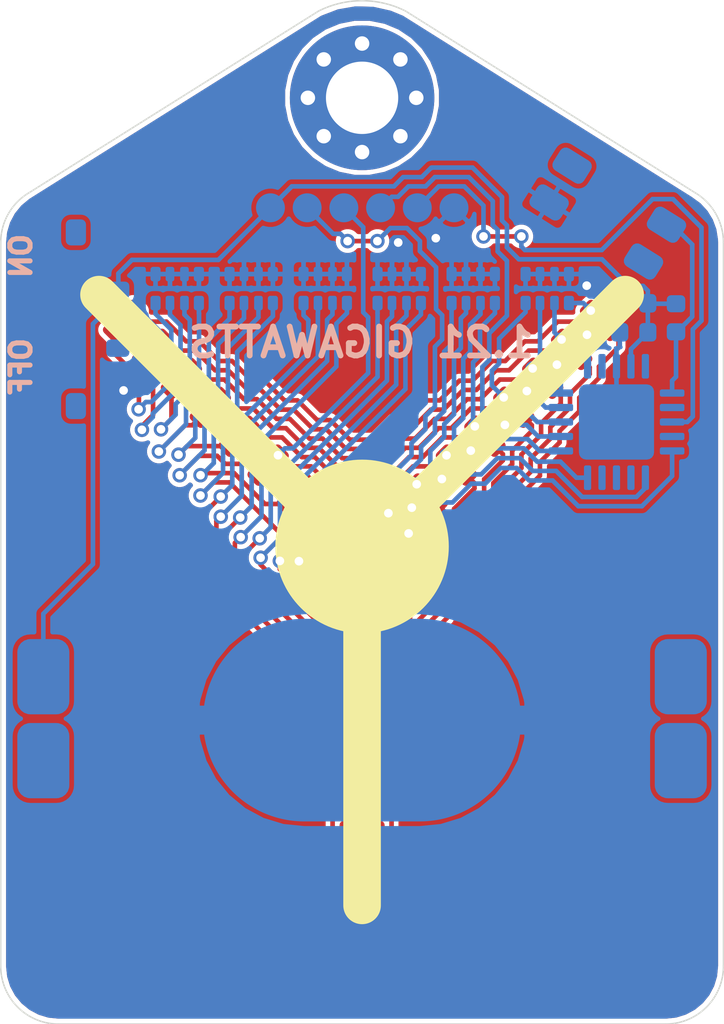
<source format=kicad_pcb>
(kicad_pcb (version 20171130) (host pcbnew "(5.1.5-0-10_14)")
  (title_block (title "Flux Condenser") (date 2019-12-03) (rev 2) (company "Curious Minds Development | Hojadurdy Durdygylyjov") (comment 1 "Mini Flux Condenser PCB Design.") (comment 2 "GNU General Public License v3.0"))
  (layers (0 F.Cu signal) (31 B.Cu signal) (34 B.Paste user) (35 F.Paste user) (36 B.SilkS user) (37 F.SilkS user) (38 B.Mask user) (39 F.Mask user) (44 Edge.Cuts user))
  (net 0 "")
  (net 1 "Net-(BT1-Pad1)")
  (net 2 GND)
  (net 3 VBUS)
  (net 4 PA0)
  (net 5 "Net-(D11-Pad1)")
  (net 6 "Net-(D12-Pad1)")
  (net 7 PA1)
  (net 8 PA2)
  (net 9 "Net-(D13-Pad1)")
  (net 10 "Net-(D14-Pad1)")
  (net 11 PA3)
  (net 12 "Net-(D15-Pad1)")
  (net 13 PA4)
  (net 14 PA5)
  (net 15 "Net-(D16-Pad1)")
  (net 16 PA6)
  (net 17 "Net-(D17-Pad1)")
  (net 18 "Net-(D18-Pad1)")
  (net 19 PA7)
  (net 20 "Net-(D21-Pad1)")
  (net 21 "Net-(D22-Pad1)")
  (net 22 "Net-(D23-Pad1)")
  (net 23 "Net-(D24-Pad1)")
  (net 24 "Net-(D25-Pad1)")
  (net 25 "Net-(D26-Pad1)")
  (net 26 "Net-(D27-Pad1)")
  (net 27 "Net-(D28-Pad1)")
  (net 28 "Net-(D31-Pad1)")
  (net 29 "Net-(D32-Pad1)")
  (net 30 "Net-(D33-Pad1)")
  (net 31 "Net-(D34-Pad1)")
  (net 32 "Net-(D35-Pad1)")
  (net 33 "Net-(D36-Pad1)")
  (net 34 "Net-(D37-Pad1)")
  (net 35 "Net-(D38-Pad1)")
  (net 36 RST)
  (net 37 BUTTON)
  (net 38 "Net-(U1-Pad6)")
  (net 39 "Net-(U1-Pad7)")
  (net 40 "Net-(U1-Pad10)")
  (net 41 "Net-(U1-Pad12)")
  (net 42 "Net-(U1-Pad17)")
  (net 43 "Net-(U1-Pad18)")
  (net 44 "Net-(U1-Pad19)")
  (net 45 "Net-(SW1-Pad1)")
  (net 46 "Net-(U1-Pad14)")
  (module MountingHole:MountingHole_2.5mm_Pad_Via (layer F.Cu) (at 152.5 78)
    (fp_text reference REF** hide)
    (fp_text value MountingHole_2.5mm_Pad_Via hide)
    (pad "" thru_hole circle (at 1.325825 -1.325825) (size 0.8 0.8) (drill 0.5) (layers *.Cu *.Mask))
    (pad "" thru_hole circle (at 0 -1.875) (size 0.8 0.8) (drill 0.5) (layers *.Cu *.Mask))
    (pad "" thru_hole circle (at -1.325825 -1.325825) (size 0.8 0.8) (drill 0.5) (layers *.Cu *.Mask))
    (pad "" thru_hole circle (at -1.875 0) (size 0.8 0.8) (drill 0.5) (layers *.Cu *.Mask))
    (pad "" thru_hole circle (at -1.325825 1.325825) (size 0.8 0.8) (drill 0.5) (layers *.Cu *.Mask))
    (pad "" thru_hole circle (at 0 1.875) (size 0.8 0.8) (drill 0.5) (layers *.Cu *.Mask))
    (pad "" thru_hole circle (at 1.325825 1.325825) (size 0.8 0.8) (drill 0.5) (layers *.Cu *.Mask))
    (pad "" thru_hole circle (at 1.875 0) (size 0.8 0.8) (drill 0.5) (layers *.Cu *.Mask))
    (pad "" thru_hole circle (at 0 0) (size 5 5) (drill 2.5) (layers *.Cu *.Mask))
  )
  (module Connector_PinHeader_1.27mm:PinHeader_1x06_P1.27mm_Vertical (layer B.Cu) (at 149.33 81.8 270)
    (fp_text reference J1 hide)
    (fp_text value AVR-ISP hide)
    (pad 1 smd circle (at 0 0 270) (size 1 1) (layers B.Cu B.Mask) (net 3 VBUS))
    (pad 2 smd circle (at 0 -1.27 270) (size 1 1) (layers B.Cu B.Mask) (net 16 PA6))
    (pad 3 smd circle (at 0 -2.54 270) (size 1 1) (layers B.Cu B.Mask) (net 14 PA5))
    (pad 4 smd circle (at 0 -3.81 270) (size 1 1) (layers B.Cu B.Mask) (net 13 PA4))
    (pad 5 smd circle (at 0 -5.08 270) (size 1 1) (layers B.Cu B.Mask) (net 36 RST))
    (pad 6 smd circle (at 0 -6.35 270) (size 1 1) (layers B.Cu B.Mask) (net 2 GND))
  )
  (module "Footprints:CMD_Logo(10x5mm)_FMask" (layer B.Cu) (at 152.55 107 180)
    (fp_text reference G*** hide)
    (fp_text value LOGO hide)
  )
  (module "Footprints:Flux_Capacitor(F_SM)" (layer F.Cu) (at 145.6 103.09)
    (fp_text reference G*** hide)
    (fp_text value LOGO hide)
  )
  (module "Footprints:DeLorean(F_SM)" (layer F.Cu) (at 159.61 100)
    (fp_text reference G*** hide)
    (fp_text value LOGO hide)
  )
  (module Footprints:CR2032_Metal_Battery_Holder (layer B.Cu) (at 152.5 99.55 180)
    (fp_text reference BT1)
    (fp_text value LIR2032)
    (pad 1 smd roundrect (at -11.024 1.55) (size 1.8 2.6) (layers B.Cu B.Paste B.Mask) (net 1 "Net-(BT1-Pad1)"))
    (pad 1 smd roundrect (at -11.024 -1.35 180) (size 1.8 2.6) (layers B.Cu B.Paste B.Mask) (net 1 "Net-(BT1-Pad1)"))
    (pad 2 smd oval (at 0 0.05 180) (size 11 7) (layers B.Cu B.Paste B.Mask) (net 2 GND))
    (pad 1 smd roundrect (at 11.026 1.55) (size 1.8 2.6) (layers B.Cu B.Paste B.Mask) (net 1 "Net-(BT1-Pad1)"))
    (pad 1 smd roundrect (at 11.026 -1.35 180) (size 1.8 2.6) (layers B.Cu B.Paste B.Mask) (net 1 "Net-(BT1-Pad1)"))
  )
  (module Resistor_SMD:R_Array_Convex_4x0402 (layer B.Cu) (at 158.905 84.59 90)
    (fp_text reference RN3 hide)
    (fp_text value 470 hide)
    (pad 1 smd roundrect (at -0.5 0.75 90) (size 0.5 0.35) (layers B.Cu B.Paste B.Mask) (net 20 "Net-(D21-Pad1)"))
    (pad 3 smd roundrect (at -0.5 -0.25 90) (size 0.5 0.3) (layers B.Cu B.Paste B.Mask) (net 22 "Net-(D23-Pad1)"))
    (pad 2 smd roundrect (at -0.5 0.25 90) (size 0.5 0.3) (layers B.Cu B.Paste B.Mask) (net 21 "Net-(D22-Pad1)"))
    (pad 4 smd roundrect (at -0.5 -0.75 90) (size 0.5 0.35) (layers B.Cu B.Paste B.Mask) (net 23 "Net-(D24-Pad1)"))
    (pad 7 smd roundrect (at 0.5 0.25 90) (size 0.5 0.3) (layers B.Cu B.Paste B.Mask) (net 2 GND))
    (pad 8 smd roundrect (at 0.5 0.75 90) (size 0.5 0.35) (layers B.Cu B.Paste B.Mask) (net 2 GND))
    (pad 6 smd roundrect (at 0.5 -0.25 90) (size 0.5 0.3) (layers B.Cu B.Paste B.Mask) (net 2 GND))
    (pad 5 smd roundrect (at 0.5 -0.75 90) (size 0.5 0.35) (layers B.Cu B.Paste B.Mask) (net 2 GND))
  )
  (module Resistor_SMD:R_Array_Convex_4x0402 (layer B.Cu) (at 156.345 84.59 90)
    (fp_text reference RN4 hide)
    (fp_text value 470 hide)
    (pad 5 smd roundrect (at 0.5 -0.75 90) (size 0.5 0.35) (layers B.Cu B.Paste B.Mask) (net 2 GND))
    (pad 6 smd roundrect (at 0.5 -0.25 90) (size 0.5 0.3) (layers B.Cu B.Paste B.Mask) (net 2 GND))
    (pad 8 smd roundrect (at 0.5 0.75 90) (size 0.5 0.35) (layers B.Cu B.Paste B.Mask) (net 2 GND))
    (pad 7 smd roundrect (at 0.5 0.25 90) (size 0.5 0.3) (layers B.Cu B.Paste B.Mask) (net 2 GND))
    (pad 4 smd roundrect (at -0.5 -0.75 90) (size 0.5 0.35) (layers B.Cu B.Paste B.Mask) (net 27 "Net-(D28-Pad1)"))
    (pad 2 smd roundrect (at -0.5 0.25 90) (size 0.5 0.3) (layers B.Cu B.Paste B.Mask) (net 25 "Net-(D26-Pad1)"))
    (pad 3 smd roundrect (at -0.5 -0.25 90) (size 0.5 0.3) (layers B.Cu B.Paste B.Mask) (net 26 "Net-(D27-Pad1)"))
    (pad 1 smd roundrect (at -0.5 0.75 90) (size 0.5 0.35) (layers B.Cu B.Paste B.Mask) (net 24 "Net-(D25-Pad1)"))
  )
  (module Resistor_SMD:R_Array_Convex_4x0402 (layer B.Cu) (at 153.785 84.59 90)
    (fp_text reference RN6 hide)
    (fp_text value 470 hide)
    (pad 5 smd roundrect (at 0.5 -0.75 90) (size 0.5 0.35) (layers B.Cu B.Paste B.Mask) (net 2 GND))
    (pad 6 smd roundrect (at 0.5 -0.25 90) (size 0.5 0.3) (layers B.Cu B.Paste B.Mask) (net 2 GND))
    (pad 8 smd roundrect (at 0.5 0.75 90) (size 0.5 0.35) (layers B.Cu B.Paste B.Mask) (net 2 GND))
    (pad 7 smd roundrect (at 0.5 0.25 90) (size 0.5 0.3) (layers B.Cu B.Paste B.Mask) (net 2 GND))
    (pad 4 smd roundrect (at -0.5 -0.75 90) (size 0.5 0.35) (layers B.Cu B.Paste B.Mask) (net 32 "Net-(D35-Pad1)"))
    (pad 2 smd roundrect (at -0.5 0.25 90) (size 0.5 0.3) (layers B.Cu B.Paste B.Mask) (net 34 "Net-(D37-Pad1)"))
    (pad 3 smd roundrect (at -0.5 -0.25 90) (size 0.5 0.3) (layers B.Cu B.Paste B.Mask) (net 33 "Net-(D36-Pad1)"))
    (pad 1 smd roundrect (at -0.5 0.75 90) (size 0.5 0.35) (layers B.Cu B.Paste B.Mask) (net 35 "Net-(D38-Pad1)"))
  )
  (module Resistor_SMD:R_Array_Convex_4x0402 (layer B.Cu) (at 151.225 84.59 90)
    (fp_text reference RN5 hide)
    (fp_text value 470 hide)
    (pad 1 smd roundrect (at -0.5 0.75 90) (size 0.5 0.35) (layers B.Cu B.Paste B.Mask) (net 31 "Net-(D34-Pad1)"))
    (pad 3 smd roundrect (at -0.5 -0.25 90) (size 0.5 0.3) (layers B.Cu B.Paste B.Mask) (net 29 "Net-(D32-Pad1)"))
    (pad 2 smd roundrect (at -0.5 0.25 90) (size 0.5 0.3) (layers B.Cu B.Paste B.Mask) (net 30 "Net-(D33-Pad1)"))
    (pad 4 smd roundrect (at -0.5 -0.75 90) (size 0.5 0.35) (layers B.Cu B.Paste B.Mask) (net 28 "Net-(D31-Pad1)"))
    (pad 7 smd roundrect (at 0.5 0.25 90) (size 0.5 0.3) (layers B.Cu B.Paste B.Mask) (net 2 GND))
    (pad 8 smd roundrect (at 0.5 0.75 90) (size 0.5 0.35) (layers B.Cu B.Paste B.Mask) (net 2 GND))
    (pad 6 smd roundrect (at 0.5 -0.25 90) (size 0.5 0.3) (layers B.Cu B.Paste B.Mask) (net 2 GND))
    (pad 5 smd roundrect (at 0.5 -0.75 90) (size 0.5 0.35) (layers B.Cu B.Paste B.Mask) (net 2 GND))
  )
  (module Resistor_SMD:R_Array_Convex_4x0402 (layer B.Cu) (at 148.665 84.59 90)
    (fp_text reference RN2 hide)
    (fp_text value 470 hide)
    (pad 1 smd roundrect (at -0.5 0.75 90) (size 0.5 0.35) (layers B.Cu B.Paste B.Mask) (net 18 "Net-(D18-Pad1)"))
    (pad 3 smd roundrect (at -0.5 -0.25 90) (size 0.5 0.3) (layers B.Cu B.Paste B.Mask) (net 15 "Net-(D16-Pad1)"))
    (pad 2 smd roundrect (at -0.5 0.25 90) (size 0.5 0.3) (layers B.Cu B.Paste B.Mask) (net 17 "Net-(D17-Pad1)"))
    (pad 4 smd roundrect (at -0.5 -0.75 90) (size 0.5 0.35) (layers B.Cu B.Paste B.Mask) (net 12 "Net-(D15-Pad1)"))
    (pad 7 smd roundrect (at 0.5 0.25 90) (size 0.5 0.3) (layers B.Cu B.Paste B.Mask) (net 2 GND))
    (pad 8 smd roundrect (at 0.5 0.75 90) (size 0.5 0.35) (layers B.Cu B.Paste B.Mask) (net 2 GND))
    (pad 6 smd roundrect (at 0.5 -0.25 90) (size 0.5 0.3) (layers B.Cu B.Paste B.Mask) (net 2 GND))
    (pad 5 smd roundrect (at 0.5 -0.75 90) (size 0.5 0.35) (layers B.Cu B.Paste B.Mask) (net 2 GND))
  )
  (module Resistor_SMD:R_Array_Convex_4x0402 (layer B.Cu) (at 146.105 84.59 90)
    (fp_text reference RN1 hide)
    (fp_text value 470 hide)
    (pad 5 smd roundrect (at 0.5 -0.75 90) (size 0.5 0.35) (layers B.Cu B.Paste B.Mask) (net 2 GND))
    (pad 6 smd roundrect (at 0.5 -0.25 90) (size 0.5 0.3) (layers B.Cu B.Paste B.Mask) (net 2 GND))
    (pad 8 smd roundrect (at 0.5 0.75 90) (size 0.5 0.35) (layers B.Cu B.Paste B.Mask) (net 2 GND))
    (pad 7 smd roundrect (at 0.5 0.25 90) (size 0.5 0.3) (layers B.Cu B.Paste B.Mask) (net 2 GND))
    (pad 4 smd roundrect (at -0.5 -0.75 90) (size 0.5 0.35) (layers B.Cu B.Paste B.Mask) (net 5 "Net-(D11-Pad1)"))
    (pad 2 smd roundrect (at -0.5 0.25 90) (size 0.5 0.3) (layers B.Cu B.Paste B.Mask) (net 9 "Net-(D13-Pad1)"))
    (pad 3 smd roundrect (at -0.5 -0.25 90) (size 0.5 0.3) (layers B.Cu B.Paste B.Mask) (net 6 "Net-(D12-Pad1)"))
    (pad 1 smd roundrect (at -0.5 0.75 90) (size 0.5 0.35) (layers B.Cu B.Paste B.Mask) (net 10 "Net-(D14-Pad1)"))
  )
  (module Capacitor_SMD:C_0402_1005Metric (layer B.Cu) (at 161.9 85.1 180)
    (fp_text reference C2 hide)
    (fp_text value 100nF hide)
    (pad 1 smd roundrect (at -0.485 0 180) (size 0.59 0.64) (layers B.Cu B.Paste B.Mask) (net 3 VBUS))
    (pad 2 smd roundrect (at 0.485 0 180) (size 0.59 0.64) (layers B.Cu B.Paste B.Mask) (net 2 GND))
  )
  (module Capacitor_SMD:C_0402_1005Metric (layer B.Cu) (at 161.9 86.1 180)
    (fp_text reference C1 hide)
    (fp_text value 1uF hide)
    (pad 2 smd roundrect (at 0.485 0 180) (size 0.59 0.64) (layers B.Cu B.Paste B.Mask) (net 2 GND))
    (pad 1 smd roundrect (at -0.485 0 180) (size 0.59 0.64) (layers B.Cu B.Paste B.Mask) (net 3 VBUS))
  )
  (module Resistor_SMD:R_0402_1005Metric (layer B.Cu) (at 163.36 85.6 270)
    (fp_text reference R1 hide)
    (fp_text value 10K hide)
    (pad 1 smd roundrect (at -0.485 0 270) (size 0.59 0.64) (layers B.Cu B.Paste B.Mask) (net 3 VBUS))
    (pad 2 smd roundrect (at 0.485 0 270) (size 0.59 0.64) (layers B.Cu B.Paste B.Mask) (net 37 BUTTON))
  )
  (module Package_DFN_QFN:QFN-20-1EP_4x4mm_P0.5mm_EP2.6x2.6mm (layer B.Cu) (at 161.3 89.2)
    (fp_text reference U1 hide)
    (fp_text value ATtiny44A-MU hide)
    (pad 21 smd roundrect (at 0 0) (size 2.6 2.6) (layers B.Cu B.Mask) (roundrect_rratio 0.096154) (net 2 GND))
    (pad 1 smd roundrect (at -1.925 1) (size 0.85 0.25) (layers B.Cu B.Paste B.Mask) (net 13 PA4))
    (pad 2 smd roundrect (at -1.925 0.5) (size 0.85 0.25) (layers B.Cu B.Paste B.Mask) (net 11 PA3))
    (pad 3 smd roundrect (at -1.925 0) (size 0.85 0.25) (layers B.Cu B.Paste B.Mask) (net 8 PA2))
    (pad 4 smd roundrect (at -1.925 -0.5) (size 0.85 0.25) (layers B.Cu B.Paste B.Mask) (net 7 PA1))
    (pad 5 smd roundrect (at -1.925 -1) (size 0.85 0.25) (layers B.Cu B.Paste B.Mask) (net 4 PA0))
    (pad 6 smd roundrect (at -1 -1.925) (size 0.25 0.85) (layers B.Cu B.Paste B.Mask) (net 38 "Net-(U1-Pad6)"))
    (pad 7 smd roundrect (at -0.5 -1.925) (size 0.25 0.85) (layers B.Cu B.Paste B.Mask) (net 39 "Net-(U1-Pad7)"))
    (pad 8 smd roundrect (at 0 -1.925) (size 0.25 0.85) (layers B.Cu B.Paste B.Mask) (net 2 GND))
    (pad 9 smd roundrect (at 0.5 -1.925) (size 0.25 0.85) (layers B.Cu B.Paste B.Mask) (net 3 VBUS))
    (pad 10 smd roundrect (at 1 -1.925) (size 0.25 0.85) (layers B.Cu B.Paste B.Mask) (net 40 "Net-(U1-Pad10)"))
    (pad 11 smd roundrect (at 1.925 -1) (size 0.85 0.25) (layers B.Cu B.Paste B.Mask) (net 37 BUTTON))
    (pad 12 smd roundrect (at 1.925 -0.5) (size 0.85 0.25) (layers B.Cu B.Paste B.Mask) (net 41 "Net-(U1-Pad12)"))
    (pad 13 smd roundrect (at 1.925 0) (size 0.85 0.25) (layers B.Cu B.Paste B.Mask) (net 36 RST))
    (pad 14 smd roundrect (at 1.925 0.5) (size 0.85 0.25) (layers B.Cu B.Paste B.Mask) (net 46 "Net-(U1-Pad14)"))
    (pad 15 smd roundrect (at 1.925 1) (size 0.85 0.25) (layers B.Cu B.Paste B.Mask) (net 19 PA7))
    (pad 16 smd roundrect (at 1 1.925) (size 0.25 0.85) (layers B.Cu B.Paste B.Mask) (net 16 PA6))
    (pad 17 smd roundrect (at 0.5 1.925) (size 0.25 0.85) (layers B.Cu B.Paste B.Mask) (net 42 "Net-(U1-Pad17)"))
    (pad 18 smd roundrect (at 0 1.925) (size 0.25 0.85) (layers B.Cu B.Paste B.Mask) (net 43 "Net-(U1-Pad18)"))
    (pad 19 smd roundrect (at -0.5 1.925) (size 0.25 0.85) (layers B.Cu B.Paste B.Mask) (net 44 "Net-(U1-Pad19)"))
    (pad 20 smd roundrect (at -1 1.925) (size 0.25 0.85) (layers B.Cu B.Paste B.Mask) (net 14 PA5))
  )
  (module LED_SMD:LED_0402_1005Metric (layer F.Cu) (at 160.75 85.69 315)
    (fp_text reference D21 hide)
    (fp_text value LED21 hide)
    (pad 2 smd roundrect (at 0.485 0 315) (size 0.59 0.64) (layers F.Cu F.Paste F.Mask) (net 4 PA0))
    (pad 1 smd roundrect (at -0.485 0 315) (size 0.59 0.64) (layers F.Cu F.Paste F.Mask) (net 20 "Net-(D21-Pad1)"))
  )
  (module LED_SMD:LED_0402_1005Metric (layer F.Cu) (at 159.75 86.69 315)
    (fp_text reference D22 hide)
    (fp_text value LED22 hide)
    (pad 1 smd roundrect (at -0.485 0 315) (size 0.59 0.64) (layers F.Cu F.Paste F.Mask) (net 21 "Net-(D22-Pad1)"))
    (pad 2 smd roundrect (at 0.485 0 315) (size 0.59 0.64) (layers F.Cu F.Paste F.Mask) (net 7 PA1))
  )
  (module LED_SMD:LED_0402_1005Metric (layer F.Cu) (at 158.75 87.69 315)
    (fp_text reference D23 hide)
    (fp_text value LED23 hide)
    (pad 2 smd roundrect (at 0.485 0 315) (size 0.59 0.64) (layers F.Cu F.Paste F.Mask) (net 8 PA2))
    (pad 1 smd roundrect (at -0.485 0 315) (size 0.59 0.64) (layers F.Cu F.Paste F.Mask) (net 22 "Net-(D23-Pad1)"))
  )
  (module LED_SMD:LED_0402_1005Metric (layer F.Cu) (at 157.75 88.69 315)
    (fp_text reference D24 hide)
    (fp_text value LED24 hide)
    (pad 1 smd roundrect (at -0.485 0 315) (size 0.59 0.64) (layers F.Cu F.Paste F.Mask) (net 23 "Net-(D24-Pad1)"))
    (pad 2 smd roundrect (at 0.485 0 315) (size 0.59 0.64) (layers F.Cu F.Paste F.Mask) (net 11 PA3))
  )
  (module LED_SMD:LED_0402_1005Metric (layer F.Cu) (at 156.75 89.69 315)
    (fp_text reference D25 hide)
    (fp_text value LED25 hide)
    (pad 2 smd roundrect (at 0.485 0 315) (size 0.59 0.64) (layers F.Cu F.Paste F.Mask) (net 13 PA4))
    (pad 1 smd roundrect (at -0.485 0 315) (size 0.59 0.64) (layers F.Cu F.Paste F.Mask) (net 24 "Net-(D25-Pad1)"))
  )
  (module LED_SMD:LED_0402_1005Metric (layer F.Cu) (at 155.765 90.69 315)
    (fp_text reference D26 hide)
    (fp_text value LED26 hide)
    (pad 1 smd roundrect (at -0.485 0 315) (size 0.59 0.64) (layers F.Cu F.Paste F.Mask) (net 25 "Net-(D26-Pad1)"))
    (pad 2 smd roundrect (at 0.485 0 315) (size 0.59 0.64) (layers F.Cu F.Paste F.Mask) (net 14 PA5))
  )
  (module LED_SMD:LED_0402_1005Metric (layer F.Cu) (at 154.75 91.69 315)
    (fp_text reference D27 hide)
    (fp_text value LED27 hide)
    (pad 2 smd roundrect (at 0.485 0 315) (size 0.59 0.64) (layers F.Cu F.Paste F.Mask) (net 16 PA6))
    (pad 1 smd roundrect (at -0.485 0 315) (size 0.59 0.64) (layers F.Cu F.Paste F.Mask) (net 26 "Net-(D27-Pad1)"))
  )
  (module LED_SMD:LED_0402_1005Metric (layer F.Cu) (at 153.75 92.69 315)
    (fp_text reference D28 hide)
    (fp_text value LED28 hide)
    (pad 1 smd roundrect (at -0.485 0 315) (size 0.59 0.64) (layers F.Cu F.Paste F.Mask) (net 27 "Net-(D28-Pad1)"))
    (pad 2 smd roundrect (at 0.485 0 315) (size 0.59 0.64) (layers F.Cu F.Paste F.Mask) (net 19 PA7))
  )
  (module LED_SMD:LED_0402_1005Metric (layer F.Cu) (at 152.5 104.71)
    (fp_text reference D31 hide)
    (fp_text value LED31 hide)
    (pad 2 smd roundrect (at 0.485 0) (size 0.59 0.64) (layers F.Cu F.Paste F.Mask) (net 4 PA0))
    (pad 1 smd roundrect (at -0.485 0) (size 0.59 0.64) (layers F.Cu F.Paste F.Mask) (net 28 "Net-(D31-Pad1)"))
  )
  (module LED_SMD:LED_0402_1005Metric (layer F.Cu) (at 152.5 103.3)
    (fp_text reference D32 hide)
    (fp_text value LED32 hide)
    (pad 1 smd roundrect (at -0.485 0) (size 0.59 0.64) (layers F.Cu F.Paste F.Mask) (net 29 "Net-(D32-Pad1)"))
    (pad 2 smd roundrect (at 0.485 0) (size 0.59 0.64) (layers F.Cu F.Paste F.Mask) (net 7 PA1))
  )
  (module LED_SMD:LED_0402_1005Metric (layer F.Cu) (at 152.5 101.89)
    (fp_text reference D33 hide)
    (fp_text value LED33 hide)
    (pad 2 smd roundrect (at 0.485 0) (size 0.59 0.64) (layers F.Cu F.Paste F.Mask) (net 8 PA2))
    (pad 1 smd roundrect (at -0.485 0) (size 0.59 0.64) (layers F.Cu F.Paste F.Mask) (net 30 "Net-(D33-Pad1)"))
  )
  (module LED_SMD:LED_0402_1005Metric (layer F.Cu) (at 152.5 100.48)
    (fp_text reference D34 hide)
    (fp_text value LED34 hide)
    (pad 1 smd roundrect (at -0.485 0) (size 0.59 0.64) (layers F.Cu F.Paste F.Mask) (net 31 "Net-(D34-Pad1)"))
    (pad 2 smd roundrect (at 0.485 0) (size 0.59 0.64) (layers F.Cu F.Paste F.Mask) (net 11 PA3))
  )
  (module LED_SMD:LED_0402_1005Metric (layer F.Cu) (at 152.5 99.07)
    (fp_text reference D35 hide)
    (fp_text value LED35 hide)
    (pad 2 smd roundrect (at 0.485 0) (size 0.59 0.64) (layers F.Cu F.Paste F.Mask) (net 13 PA4))
    (pad 1 smd roundrect (at -0.485 0) (size 0.59 0.64) (layers F.Cu F.Paste F.Mask) (net 32 "Net-(D35-Pad1)"))
  )
  (module LED_SMD:LED_0402_1005Metric (layer F.Cu) (at 152.5 97.66)
    (fp_text reference D36 hide)
    (fp_text value LED36 hide)
    (pad 1 smd roundrect (at -0.485 0) (size 0.59 0.64) (layers F.Cu F.Paste F.Mask) (net 33 "Net-(D36-Pad1)"))
    (pad 2 smd roundrect (at 0.485 0) (size 0.59 0.64) (layers F.Cu F.Paste F.Mask) (net 14 PA5))
  )
  (module LED_SMD:LED_0402_1005Metric (layer F.Cu) (at 152.5 96.25)
    (fp_text reference D37 hide)
    (fp_text value LED37 hide)
    (pad 2 smd roundrect (at 0.485 0) (size 0.59 0.64) (layers F.Cu F.Paste F.Mask) (net 16 PA6))
    (pad 1 smd roundrect (at -0.485 0) (size 0.59 0.64) (layers F.Cu F.Paste F.Mask) (net 34 "Net-(D37-Pad1)"))
  )
  (module LED_SMD:LED_0402_1005Metric (layer F.Cu) (at 152.5 94.84)
    (fp_text reference D38 hide)
    (fp_text value LED38 hide)
    (pad 1 smd roundrect (at -0.485 0) (size 0.59 0.64) (layers F.Cu F.Paste F.Mask) (net 35 "Net-(D38-Pad1)"))
    (pad 2 smd roundrect (at 0.485 0) (size 0.59 0.64) (layers F.Cu F.Paste F.Mask) (net 19 PA7))
  )
  (module LED_SMD:LED_0402_1005Metric (layer F.Cu) (at 151.25 92.69 45)
    (fp_text reference D18 hide)
    (fp_text value LED18 hide)
    (pad 1 smd roundrect (at -0.485 0 45) (size 0.59 0.64) (layers F.Cu F.Paste F.Mask) (net 18 "Net-(D18-Pad1)"))
    (pad 2 smd roundrect (at 0.485 0 45) (size 0.59 0.64) (layers F.Cu F.Paste F.Mask) (net 19 PA7))
  )
  (module LED_SMD:LED_0402_1005Metric (layer F.Cu) (at 150.25 91.69 45)
    (fp_text reference D17 hide)
    (fp_text value LED17 hide)
    (pad 2 smd roundrect (at 0.485 0 45) (size 0.59 0.64) (layers F.Cu F.Paste F.Mask) (net 16 PA6))
    (pad 1 smd roundrect (at -0.485 0 45) (size 0.59 0.64) (layers F.Cu F.Paste F.Mask) (net 17 "Net-(D17-Pad1)"))
  )
  (module LED_SMD:LED_0402_1005Metric (layer F.Cu) (at 149.25 90.69 45)
    (fp_text reference D16 hide)
    (fp_text value LED16 hide)
    (pad 2 smd roundrect (at 0.485 0 45) (size 0.59 0.64) (layers F.Cu F.Paste F.Mask) (net 14 PA5))
    (pad 1 smd roundrect (at -0.485 0 45) (size 0.59 0.64) (layers F.Cu F.Paste F.Mask) (net 15 "Net-(D16-Pad1)"))
  )
  (module LED_SMD:LED_0402_1005Metric (layer F.Cu) (at 148.25 89.69 45)
    (fp_text reference D15 hide)
    (fp_text value LED15 hide)
    (pad 1 smd roundrect (at -0.485 0 45) (size 0.59 0.64) (layers F.Cu F.Paste F.Mask) (net 12 "Net-(D15-Pad1)"))
    (pad 2 smd roundrect (at 0.485 0 45) (size 0.59 0.64) (layers F.Cu F.Paste F.Mask) (net 13 PA4))
  )
  (module LED_SMD:LED_0402_1005Metric (layer F.Cu) (at 147.25 88.69 45)
    (fp_text reference D14 hide)
    (fp_text value LED14 hide)
    (pad 1 smd roundrect (at -0.485 0 45) (size 0.59 0.64) (layers F.Cu F.Paste F.Mask) (net 10 "Net-(D14-Pad1)"))
    (pad 2 smd roundrect (at 0.485 0 45) (size 0.59 0.64) (layers F.Cu F.Paste F.Mask) (net 11 PA3))
  )
  (module LED_SMD:LED_0402_1005Metric (layer F.Cu) (at 146.25 87.69 45)
    (fp_text reference D13 hide)
    (fp_text value LED13 hide)
    (pad 2 smd roundrect (at 0.485 0 45) (size 0.59 0.64) (layers F.Cu F.Paste F.Mask) (net 8 PA2))
    (pad 1 smd roundrect (at -0.485 0 45) (size 0.59 0.64) (layers F.Cu F.Paste F.Mask) (net 9 "Net-(D13-Pad1)"))
  )
  (module LED_SMD:LED_0402_1005Metric (layer F.Cu) (at 145.25 86.69 45)
    (fp_text reference D12 hide)
    (fp_text value LED12 hide)
    (pad 1 smd roundrect (at -0.485 0 45) (size 0.59 0.64) (layers F.Cu F.Paste F.Mask) (net 6 "Net-(D12-Pad1)"))
    (pad 2 smd roundrect (at 0.485 0 45) (size 0.59 0.64) (layers F.Cu F.Paste F.Mask) (net 7 PA1))
  )
  (module LED_SMD:LED_0402_1005Metric (layer F.Cu) (at 144.25 85.69 45)
    (fp_text reference D11 hide)
    (fp_text value LED11 hide)
    (pad 2 smd roundrect (at 0.485 0 45) (size 0.59 0.64) (layers F.Cu F.Paste F.Mask) (net 4 PA0))
    (pad 1 smd roundrect (at -0.485 0 45) (size 0.59 0.64) (layers F.Cu F.Paste F.Mask) (net 5 "Net-(D11-Pad1)"))
  )
  (module Footprints:SSAJ120100 (layer B.Cu) (at 142.4 85.6 90)
    (fp_text reference SW1 hide)
    (fp_text value POWER hide)
    (pad "" smd roundrect (at 2.95 0.2 90) (size 0.9 0.7) (layers B.Cu B.Paste B.Mask))
    (pad "" smd roundrect (at -3.05 0.2 90) (size 0.9 0.7) (layers B.Cu B.Paste B.Mask))
    (pad 3 smd roundrect (at 0.95 1.65 90) (size 0.6 0.8) (layers B.Cu B.Paste B.Mask) (net 3 VBUS))
    (pad 2 smd roundrect (at -0.05 1.65 90) (size 0.6 0.8) (layers B.Cu B.Paste B.Mask) (net 1 "Net-(BT1-Pad1)"))
    (pad 1 smd roundrect (at -1.05 1.65 90) (size 0.6 0.8) (layers B.Cu B.Paste B.Mask) (net 45 "Net-(SW1-Pad1)"))
  )
  (module Footprints:SW_Push_KH (layer B.Cu) (at 161 82 148)
    (fp_text reference SW2 hide)
    (fp_text value Button hide)
    (pad 2 smd roundrect (at 1.925 -0.75 148) (size 1.25 0.9) (layers B.Cu B.Paste B.Mask) (net 2 GND))
    (pad 1 smd roundrect (at 1.925 0.75 148) (size 1.25 0.9) (layers B.Cu B.Paste B.Mask) (net 37 BUTTON))
    (pad 2 smd roundrect (at -1.925 -0.75 148) (size 1.25 0.9) (layers B.Cu B.Paste B.Mask) (net 2 GND))
    (pad 1 smd roundrect (at -1.925 0.75 148) (size 1.25 0.9) (layers B.Cu B.Paste B.Mask) (net 37 BUTTON))
  )
  (gr_arc (start 142 83) (end 140 83) (angle 59.53445508) (layer Edge.Cuts) (width 0.05))
  (gr_arc (start 163 83) (end 165 83) (angle -59.53445508) (layer Edge.Cuts) (width 0.05))
  (gr_arc (start 152.5 78) (end 153.999999 75.000001) (angle -53.13010235) (layer Edge.Cuts) (width 0.05))
  (gr_line (start 151 75.000001) (end 140.98596 81.276132) (layer Edge.Cuts) (width 0.05))
  (gr_line (start 164.01404 81.276132) (end 154 75) (layer Edge.Cuts) (width 0.05))
  (gr_circle (center 152.5 93.5) (end 153 93.5) (layer F.SilkS) (width 2.5))
  (gr_text "ON    OFF" (at 140.7 85.5 90) (layer B.SilkS) (effects (font (size 0.7 0.7) (thickness 0.175)) (justify mirror)))
  (gr_text "1.21 GIGAWATTS" (at 152.47 86.45) (layer B.SilkS) (effects (font (size 1 1) (thickness 0.2)) (justify mirror)))
  (gr_line (start 152.5 105.9) (end 152.5 93.8) (layer F.SilkS) (width 1.3))
  (gr_line (start 152.4 93.8) (end 143.4 84.8) (layer F.SilkS) (width 1.3))
  (gr_line (start 152.6 93.8) (end 161.6 84.8) (layer F.SilkS) (width 1.3))
  (gr_arc (start 163 108) (end 163 110) (angle -90) (layer Edge.Cuts) (width 0.05))
  (gr_arc (start 142 108) (end 140 108) (angle -90) (layer Edge.Cuts) (width 0.05))
  (gr_line (start 165 83) (end 165 108) (layer Edge.Cuts) (width 0.05))
  (gr_line (start 140 108) (end 140 83) (layer Edge.Cuts) (width 0.05))
  (gr_line (start 142 110) (end 163 110) (layer Edge.Cuts) (width 0.05))
  (segment (start 143.19 85.81) (end 143.19 94.11) (width 0.16) (layer B.Cu) (net 1))
  (segment (start 141.474 95.826) (end 141.474 98) (width 0.16) (layer B.Cu) (net 1))
  (segment (start 143.19 94.11) (end 141.474 95.826) (width 0.16) (layer B.Cu) (net 1))
  (segment (start 143.35 85.65) (end 143.19 85.81) (width 0.16) (layer B.Cu) (net 1))
  (segment (start 144.05 85.65) (end 143.35 85.65) (width 0.16) (layer B.Cu) (net 1))
  (segment (start 161.3 87.275) (end 161.3 86.71) (width 0.16) (layer B.Cu) (net 2))
  (segment (start 161.415 86.595) (end 161.415 86.1) (width 0.16) (layer B.Cu) (net 2))
  (segment (start 161.3 86.71) (end 161.415 86.595) (width 0.16) (layer B.Cu) (net 2))
  (via (at 155.05 82.85) (size 0.5) (drill 0.3) (layers F.Cu B.Cu) (net 2))
  (via (at 160.27 84.49) (size 0.5) (drill 0.3) (layers F.Cu B.Cu) (net 2))
  (segment (start 153.535 84.09) (end 153.535 83.635) (width 0.16) (layer B.Cu) (net 2))
  (segment (start 154.035 84.09) (end 154.035 83.655) (width 0.16) (layer B.Cu) (net 2))
  (segment (start 152.5 99.5) (end 158.16 99.5) (width 1) (layer B.Cu) (net 2))
  (segment (start 158.16 99.5) (end 160.1 99.5) (width 0.16) (layer B.Cu) (net 2))
  (segment (start 146.84 99.5) (end 152.5 99.5) (width 1) (layer B.Cu) (net 2))
  (segment (start 152.5 99.5) (end 152.5 95.1) (width 1) (layer B.Cu) (net 2))
  (segment (start 152.5 104.3) (end 152.5 99.9) (width 1) (layer B.Cu) (net 2))
  (via (at 144.25 88.11) (size 0.5) (drill 0.3) (layers F.Cu B.Cu) (net 2))
  (via (at 153.75 83) (size 0.5) (drill 0.3) (layers F.Cu B.Cu) (net 2))
  (segment (start 153.535 83.148538) (end 153.784693 82.898845) (width 0.16) (layer B.Cu) (net 2))
  (segment (start 153.535 84.09) (end 153.535 83.148538) (width 0.16) (layer B.Cu) (net 2))
  (segment (start 162.385 85.1) (end 162.385 86.1) (width 0.16) (layer B.Cu) (net 3))
  (segment (start 161.8 86.685) (end 161.8 87.275) (width 0.16) (layer B.Cu) (net 3))
  (segment (start 162.385 86.1) (end 161.8 86.685) (width 0.16) (layer B.Cu) (net 3))
  (segment (start 162.4 86.085) (end 162.385 86.1) (width 0.16) (layer B.Cu) (net 3))
  (segment (start 162.4 85.115) (end 162.385 85.1) (width 0.16) (layer B.Cu) (net 3))
  (segment (start 163.36 85.115) (end 162.4 85.115) (width 0.16) (layer B.Cu) (net 3))
  (segment (start 147.53 83.6) (end 149.33 81.8) (width 0.16) (layer B.Cu) (net 3))
  (segment (start 144.54 83.6) (end 147.53 83.6) (width 0.16) (layer B.Cu) (net 3))
  (segment (start 144.07 84.07) (end 144.54 83.6) (width 0.16) (layer B.Cu) (net 3))
  (segment (start 144.07 84.63) (end 144.07 84.07) (width 0.16) (layer B.Cu) (net 3))
  (segment (start 144.05 84.65) (end 144.07 84.63) (width 0.16) (layer B.Cu) (net 3))
  (segment (start 149.829999 81.300001) (end 149.33 81.8) (width 0.16) (layer B.Cu) (net 3))
  (segment (start 150.070001 81.059999) (end 149.829999 81.300001) (width 0.16) (layer B.Cu) (net 3))
  (segment (start 153.922247 80.739988) (end 153.602236 81.059999) (width 0.16) (layer B.Cu) (net 3))
  (segment (start 154.884896 80.419979) (end 154.564887 80.739988) (width 0.16) (layer B.Cu) (net 3))
  (segment (start 156.32 80.41) (end 154.92 80.41) (width 0.16) (layer B.Cu) (net 3))
  (segment (start 157.34 82.24) (end 157.34 81.43) (width 0.16) (layer B.Cu) (net 3))
  (segment (start 153.602236 81.059999) (end 150.070001 81.059999) (width 0.16) (layer B.Cu) (net 3))
  (segment (start 154.564887 80.739988) (end 153.922247 80.739988) (width 0.16) (layer B.Cu) (net 3))
  (segment (start 162.22 84.5) (end 161.72 84.5) (width 0.16) (layer B.Cu) (net 3))
  (segment (start 157.510012 83.167753) (end 157.510012 82.410012) (width 0.16) (layer B.Cu) (net 3))
  (segment (start 154.910021 80.419979) (end 154.884896 80.419979) (width 0.16) (layer B.Cu) (net 3))
  (segment (start 154.92 80.41) (end 154.910021 80.419979) (width 0.16) (layer B.Cu) (net 3))
  (segment (start 157.510012 82.410012) (end 157.34 82.24) (width 0.16) (layer B.Cu) (net 3))
  (segment (start 162.385 85.1) (end 162.385 84.665) (width 0.16) (layer B.Cu) (net 3))
  (segment (start 157.922259 83.58) (end 157.510012 83.167753) (width 0.16) (layer B.Cu) (net 3))
  (segment (start 160.8 83.58) (end 157.922259 83.58) (width 0.16) (layer B.Cu) (net 3))
  (segment (start 162.385 84.665) (end 162.22 84.5) (width 0.16) (layer B.Cu) (net 3))
  (segment (start 161.72 84.5) (end 160.8 83.58) (width 0.16) (layer B.Cu) (net 3))
  (segment (start 157.34 81.43) (end 156.32 80.41) (width 0.16) (layer B.Cu) (net 3))
  (segment (start 152.985 104.165) (end 152.985 104.71) (width 0.16) (layer F.Cu) (net 4))
  (segment (start 153.293012 103.86001) (end 153.28999 103.86001) (width 0.16) (layer F.Cu) (net 4))
  (segment (start 153.52001 103.633012) (end 153.293012 103.86001) (width 0.16) (layer F.Cu) (net 4))
  (segment (start 153.52001 102.68999) (end 153.52001 103.633012) (width 0.16) (layer F.Cu) (net 4))
  (segment (start 153.84002 102.36998) (end 153.52001 102.68999) (width 0.16) (layer F.Cu) (net 4))
  (segment (start 154.160029 101.082533) (end 153.84002 101.402542) (width 0.16) (layer F.Cu) (net 4))
  (segment (start 158.65229 90.587908) (end 158.652289 91.055471) (width 0.16) (layer F.Cu) (net 4))
  (segment (start 155.120056 97.250192) (end 154.800038 97.57021) (width 0.16) (layer F.Cu) (net 4))
  (segment (start 155.120057 96.288337) (end 155.120056 97.250192) (width 0.16) (layer F.Cu) (net 4))
  (segment (start 155.440067 95.175305) (end 155.440066 95.968328) (width 0.16) (layer F.Cu) (net 4))
  (segment (start 154.800037 98.537649) (end 154.480039 98.857647) (width 0.16) (layer F.Cu) (net 4))
  (segment (start 158.001767 92.143555) (end 157.280056 92.865266) (width 0.16) (layer F.Cu) (net 4))
  (segment (start 159.33228 89.907918) (end 158.65229 90.587908) (width 0.16) (layer F.Cu) (net 4))
  (segment (start 158.001768 91.705992) (end 158.001767 92.143555) (width 0.16) (layer F.Cu) (net 4))
  (segment (start 161.092947 86.032947) (end 161.372253 86.312253) (width 0.16) (layer F.Cu) (net 4))
  (segment (start 154.480039 98.857647) (end 154.480038 99.825086) (width 0.16) (layer F.Cu) (net 4))
  (segment (start 154.480038 99.825086) (end 154.16003 100.145094) (width 0.16) (layer F.Cu) (net 4))
  (segment (start 154.16003 100.145094) (end 154.160029 101.082533) (width 0.16) (layer F.Cu) (net 4))
  (segment (start 160.012272 88.36029) (end 160.012271 88.832853) (width 0.16) (layer F.Cu) (net 4))
  (segment (start 158.652289 91.055471) (end 158.001768 91.705992) (width 0.16) (layer F.Cu) (net 4))
  (segment (start 157.280056 92.865266) (end 157.280055 93.335317) (width 0.16) (layer F.Cu) (net 4))
  (segment (start 155.440066 95.968328) (end 155.120057 96.288337) (width 0.16) (layer F.Cu) (net 4))
  (segment (start 160.692262 87.6803) (end 160.012272 88.36029) (width 0.16) (layer F.Cu) (net 4))
  (segment (start 159.332281 89.512843) (end 159.33228 89.907918) (width 0.16) (layer F.Cu) (net 4))
  (segment (start 157.280055 93.335317) (end 155.440067 95.175305) (width 0.16) (layer F.Cu) (net 4))
  (segment (start 160.692263 87.287737) (end 160.692262 87.6803) (width 0.16) (layer F.Cu) (net 4))
  (segment (start 161.372253 86.312253) (end 161.372253 86.607747) (width 0.16) (layer F.Cu) (net 4))
  (segment (start 153.84002 101.402542) (end 153.84002 102.36998) (width 0.16) (layer F.Cu) (net 4))
  (segment (start 160.012271 88.832853) (end 159.332281 89.512843) (width 0.16) (layer F.Cu) (net 4))
  (segment (start 154.800038 97.57021) (end 154.800037 98.537649) (width 0.16) (layer F.Cu) (net 4))
  (segment (start 153.28999 103.86001) (end 152.985 104.165) (width 0.16) (layer F.Cu) (net 4))
  (segment (start 161.372253 86.607747) (end 160.692263 87.287737) (width 0.16) (layer F.Cu) (net 4))
  (via (at 160.280519 86.185964) (size 0.5) (drill 0.3) (layers F.Cu B.Cu) (net 4))
  (segment (start 149.13344 87.773242) (end 149.81343 88.453232) (width 0.16) (layer F.Cu) (net 4))
  (segment (start 144.592947 85.347053) (end 144.979163 85.733269) (width 0.16) (layer F.Cu) (net 4))
  (segment (start 150.265993 88.453233) (end 150.945981 89.133221) (width 0.16) (layer F.Cu) (net 4))
  (segment (start 147.548324 87.09325) (end 148.000887 87.093251) (width 0.16) (layer F.Cu) (net 4))
  (segment (start 154.749011 88.453229) (end 155.186573 88.453229) (width 0.16) (layer F.Cu) (net 4))
  (segment (start 152.075283 89.80996) (end 152.919792 89.80996) (width 0.16) (layer F.Cu) (net 4))
  (segment (start 146.415771 86.413259) (end 146.868334 86.41326) (width 0.16) (layer F.Cu) (net 4))
  (segment (start 155.186573 88.453229) (end 155.866562 87.77324) (width 0.16) (layer F.Cu) (net 4))
  (segment (start 150.945981 89.133221) (end 151.398545 89.133222) (width 0.16) (layer F.Cu) (net 4))
  (segment (start 146.868334 86.41326) (end 147.548324 87.09325) (width 0.16) (layer F.Cu) (net 4))
  (segment (start 145.735781 85.733269) (end 146.415771 86.413259) (width 0.16) (layer F.Cu) (net 4))
  (segment (start 159.823269 85.733269) (end 160.45 86.36) (width 0.16) (layer F.Cu) (net 4))
  (segment (start 148.680877 87.773241) (end 149.13344 87.773242) (width 0.16) (layer F.Cu) (net 4))
  (segment (start 151.398545 89.133222) (end 152.075283 89.80996) (width 0.16) (layer F.Cu) (net 4))
  (segment (start 159.264219 85.733269) (end 159.823269 85.733269) (width 0.16) (layer F.Cu) (net 4))
  (segment (start 160.77 86.36) (end 161.092947 86.037053) (width 0.16) (layer F.Cu) (net 4))
  (segment (start 152.919792 89.80996) (end 153.596534 89.133218) (width 0.16) (layer F.Cu) (net 4))
  (segment (start 148.000887 87.093251) (end 148.680877 87.773241) (width 0.16) (layer F.Cu) (net 4))
  (segment (start 156.999115 87.093249) (end 157.451677 87.093249) (width 0.16) (layer F.Cu) (net 4))
  (segment (start 155.866562 87.77324) (end 156.319124 87.77324) (width 0.16) (layer F.Cu) (net 4))
  (segment (start 156.319124 87.77324) (end 156.999115 87.093249) (width 0.16) (layer F.Cu) (net 4))
  (segment (start 154.069022 89.133218) (end 154.749011 88.453229) (width 0.16) (layer F.Cu) (net 4))
  (segment (start 153.596534 89.133218) (end 154.069022 89.133218) (width 0.16) (layer F.Cu) (net 4))
  (segment (start 158.131666 86.41326) (end 158.584228 86.41326) (width 0.16) (layer F.Cu) (net 4))
  (segment (start 144.979163 85.733269) (end 145.735781 85.733269) (width 0.16) (layer F.Cu) (net 4))
  (segment (start 160.45 86.36) (end 160.77 86.36) (width 0.16) (layer F.Cu) (net 4))
  (segment (start 149.81343 88.453232) (end 150.265993 88.453233) (width 0.16) (layer F.Cu) (net 4))
  (segment (start 158.584228 86.41326) (end 159.264219 85.733269) (width 0.16) (layer F.Cu) (net 4))
  (segment (start 157.451677 87.093249) (end 158.131666 86.41326) (width 0.16) (layer F.Cu) (net 4))
  (segment (start 161.092947 86.037053) (end 161.092947 86.032947) (width 0.16) (layer F.Cu) (net 4))
  (segment (start 160.280519 86.229481) (end 160.280519 86.185964) (width 0.16) (layer B.Cu) (net 4))
  (segment (start 159.375 87.805) (end 159.74 87.44) (width 0.16) (layer B.Cu) (net 4))
  (segment (start 159.74 86.77) (end 160.280519 86.229481) (width 0.16) (layer B.Cu) (net 4))
  (segment (start 159.74 87.44) (end 159.74 86.77) (width 0.16) (layer B.Cu) (net 4))
  (segment (start 159.375 88.2) (end 159.375 87.805) (width 0.16) (layer B.Cu) (net 4))
  (via (at 144.77 88.759999) (size 0.5) (drill 0.3) (layers F.Cu B.Cu) (net 5))
  (segment (start 144.78 88.749999) (end 144.77 88.759999) (width 0.16) (layer F.Cu) (net 5))
  (segment (start 144.78 87.68) (end 144.78 88.749999) (width 0.16) (layer F.Cu) (net 5))
  (segment (start 143.907053 86.807053) (end 144.78 87.68) (width 0.16) (layer F.Cu) (net 5))
  (segment (start 143.907053 86.032947) (end 143.907053 86.807053) (width 0.16) (layer F.Cu) (net 5))
  (segment (start 145.019999 88.51) (end 144.77 88.759999) (width 0.16) (layer B.Cu) (net 5))
  (segment (start 145.21 88.51) (end 145.019999 88.51) (width 0.16) (layer B.Cu) (net 5))
  (segment (start 145.9 86.01) (end 145.9 87.82) (width 0.16) (layer B.Cu) (net 5))
  (segment (start 145.9 87.82) (end 145.21 88.51) (width 0.16) (layer B.Cu) (net 5))
  (segment (start 145.355 85.465) (end 145.9 86.01) (width 0.16) (layer B.Cu) (net 5))
  (segment (start 145.355 85.09) (end 145.355 85.465) (width 0.16) (layer B.Cu) (net 5))
  (segment (start 144.884061 89.342386) (end 144.884061 89.470242) (width 0.16) (layer F.Cu) (net 6))
  (segment (start 144.907053 87.032947) (end 145.270001 87.395895) (width 0.16) (layer F.Cu) (net 6))
  (segment (start 145.270001 87.395895) (end 145.270001 88.956446) (width 0.16) (layer F.Cu) (net 6))
  (segment (start 145.270001 88.956446) (end 144.884061 89.342386) (width 0.16) (layer F.Cu) (net 6))
  (via (at 144.884061 89.470242) (size 0.5) (drill 0.3) (layers F.Cu B.Cu) (net 6))
  (segment (start 145.26 89.03) (end 144.884061 89.405939) (width 0.16) (layer B.Cu) (net 6))
  (segment (start 146.220011 85.860011) (end 146.220011 87.952552) (width 0.16) (layer B.Cu) (net 6))
  (segment (start 145.26 88.912563) (end 145.26 89.03) (width 0.16) (layer B.Cu) (net 6))
  (segment (start 146.220011 87.952552) (end 145.26 88.912563) (width 0.16) (layer B.Cu) (net 6))
  (segment (start 144.884061 89.405939) (end 144.884061 89.470242) (width 0.16) (layer B.Cu) (net 6))
  (segment (start 145.855 85.495) (end 146.220011 85.860011) (width 0.16) (layer B.Cu) (net 6))
  (segment (start 145.855 85.09) (end 145.855 85.495) (width 0.16) (layer B.Cu) (net 6))
  (segment (start 153.52001 102.22999) (end 152.985 102.765) (width 0.16) (layer F.Cu) (net 7))
  (segment (start 153.52001 101.26999) (end 153.52001 102.22999) (width 0.16) (layer F.Cu) (net 7))
  (segment (start 154.160029 99.692533) (end 153.84002 100.012542) (width 0.16) (layer F.Cu) (net 7))
  (segment (start 154.480028 98.405096) (end 154.16003 98.725094) (width 0.16) (layer F.Cu) (net 7))
  (segment (start 154.480029 97.437657) (end 154.480028 98.405096) (width 0.16) (layer F.Cu) (net 7))
  (segment (start 159.012271 89.775365) (end 158.332281 90.455355) (width 0.16) (layer F.Cu) (net 7))
  (segment (start 153.84002 100.012542) (end 153.84002 100.94998) (width 0.16) (layer F.Cu) (net 7))
  (segment (start 154.800048 96.155784) (end 154.800047 97.117639) (width 0.16) (layer F.Cu) (net 7))
  (segment (start 155.120058 95.042752) (end 155.120057 95.835775) (width 0.16) (layer F.Cu) (net 7))
  (segment (start 156.960046 93.202764) (end 155.120058 95.042752) (width 0.16) (layer F.Cu) (net 7))
  (segment (start 159.012272 89.38029) (end 159.012271 89.775365) (width 0.16) (layer F.Cu) (net 7))
  (segment (start 153.84002 100.94998) (end 153.52001 101.26999) (width 0.16) (layer F.Cu) (net 7))
  (segment (start 157.681759 91.573439) (end 157.681758 92.011002) (width 0.16) (layer F.Cu) (net 7))
  (segment (start 158.332281 90.455355) (end 158.33228 90.922918) (width 0.16) (layer F.Cu) (net 7))
  (segment (start 154.16003 98.725094) (end 154.160029 99.692533) (width 0.16) (layer F.Cu) (net 7))
  (segment (start 154.800047 97.117639) (end 154.480029 97.437657) (width 0.16) (layer F.Cu) (net 7))
  (segment (start 152.985 102.765) (end 152.985 103.3) (width 0.16) (layer F.Cu) (net 7))
  (segment (start 157.681758 92.011002) (end 156.960047 92.732713) (width 0.16) (layer F.Cu) (net 7))
  (segment (start 155.120057 95.835775) (end 154.800048 96.155784) (width 0.16) (layer F.Cu) (net 7))
  (segment (start 159.692262 88.7003) (end 159.012272 89.38029) (width 0.16) (layer F.Cu) (net 7))
  (segment (start 156.960047 92.732713) (end 156.960046 93.202764) (width 0.16) (layer F.Cu) (net 7))
  (segment (start 158.33228 90.922918) (end 157.681759 91.573439) (width 0.16) (layer F.Cu) (net 7))
  (segment (start 159.692263 88.227737) (end 159.692262 88.7003) (width 0.16) (layer F.Cu) (net 7))
  (segment (start 160.372253 87.547747) (end 159.692263 88.227737) (width 0.16) (layer F.Cu) (net 7))
  (segment (start 160.372253 87.312253) (end 160.372253 87.547747) (width 0.16) (layer F.Cu) (net 7))
  (segment (start 160.092947 87.032947) (end 160.372253 87.312253) (width 0.16) (layer F.Cu) (net 7))
  (via (at 159.24 87.22) (size 0.5) (drill 0.3) (layers F.Cu B.Cu) (net 7))
  (segment (start 158.70999 87.75001) (end 159.24 87.22) (width 0.16) (layer B.Cu) (net 7))
  (segment (start 158.70999 88.55999) (end 158.70999 87.75001) (width 0.16) (layer B.Cu) (net 7))
  (segment (start 158.85 88.7) (end 158.70999 88.55999) (width 0.16) (layer B.Cu) (net 7))
  (segment (start 159.375 88.7) (end 158.85 88.7) (width 0.16) (layer B.Cu) (net 7))
  (segment (start 160.092947 87.037053) (end 160.092947 87.032947) (width 0.16) (layer F.Cu) (net 7))
  (segment (start 159.7 87.43) (end 160.092947 87.037053) (width 0.16) (layer F.Cu) (net 7))
  (segment (start 159.49 87.43) (end 159.7 87.43) (width 0.16) (layer F.Cu) (net 7))
  (segment (start 148.548324 88.09325) (end 149.000887 88.093251) (width 0.16) (layer F.Cu) (net 7))
  (segment (start 154.881563 88.773239) (end 155.319125 88.773239) (width 0.16) (layer F.Cu) (net 7))
  (segment (start 150.13344 88.773242) (end 150.813428 89.45323) (width 0.16) (layer F.Cu) (net 7))
  (segment (start 158.264219 86.733269) (end 158.793269 86.733269) (width 0.16) (layer F.Cu) (net 7))
  (segment (start 155.999114 88.09325) (end 156.451676 88.09325) (width 0.16) (layer F.Cu) (net 7))
  (segment (start 157.584229 87.413259) (end 158.264219 86.733269) (width 0.16) (layer F.Cu) (net 7))
  (segment (start 145.979163 86.733269) (end 146.735781 86.733269) (width 0.16) (layer F.Cu) (net 7))
  (segment (start 156.451676 88.09325) (end 157.131667 87.413259) (width 0.16) (layer F.Cu) (net 7))
  (segment (start 155.319125 88.773239) (end 155.999114 88.09325) (width 0.16) (layer F.Cu) (net 7))
  (segment (start 154.201574 89.453228) (end 154.881563 88.773239) (width 0.16) (layer F.Cu) (net 7))
  (segment (start 153.052344 90.12997) (end 153.729086 89.453228) (width 0.16) (layer F.Cu) (net 7))
  (segment (start 153.729086 89.453228) (end 154.201574 89.453228) (width 0.16) (layer F.Cu) (net 7))
  (segment (start 150.813428 89.45323) (end 151.265992 89.453231) (width 0.16) (layer F.Cu) (net 7))
  (segment (start 147.868334 87.41326) (end 148.548324 88.09325) (width 0.16) (layer F.Cu) (net 7))
  (segment (start 147.415771 87.413259) (end 147.868334 87.41326) (width 0.16) (layer F.Cu) (net 7))
  (segment (start 151.942731 90.12997) (end 153.052344 90.12997) (width 0.16) (layer F.Cu) (net 7))
  (segment (start 149.680877 88.773241) (end 150.13344 88.773242) (width 0.16) (layer F.Cu) (net 7))
  (segment (start 158.793269 86.733269) (end 159.49 87.43) (width 0.16) (layer F.Cu) (net 7))
  (segment (start 157.131667 87.413259) (end 157.584229 87.413259) (width 0.16) (layer F.Cu) (net 7))
  (segment (start 151.265992 89.453231) (end 151.942731 90.12997) (width 0.16) (layer F.Cu) (net 7))
  (segment (start 149.000887 88.093251) (end 149.680877 88.773241) (width 0.16) (layer F.Cu) (net 7))
  (segment (start 146.735781 86.733269) (end 147.415771 87.413259) (width 0.16) (layer F.Cu) (net 7))
  (segment (start 145.592947 86.347053) (end 145.979163 86.733269) (width 0.16) (layer F.Cu) (net 7))
  (segment (start 152.985 101.345) (end 152.985 101.89) (width 0.16) (layer F.Cu) (net 8))
  (segment (start 153.52001 100.813012) (end 153.293012 101.04001) (width 0.16) (layer F.Cu) (net 8))
  (segment (start 154.160019 98.272543) (end 153.84002 98.592542) (width 0.16) (layer F.Cu) (net 8))
  (segment (start 153.293012 101.04001) (end 153.28999 101.04001) (width 0.16) (layer F.Cu) (net 8))
  (segment (start 153.28999 101.04001) (end 152.985 101.345) (width 0.16) (layer F.Cu) (net 8))
  (segment (start 157.36175 91.440886) (end 157.361749 91.878449) (width 0.16) (layer F.Cu) (net 8))
  (segment (start 154.800049 94.910199) (end 154.800048 95.703222) (width 0.16) (layer F.Cu) (net 8))
  (segment (start 154.16002 97.305104) (end 154.160019 98.272543) (width 0.16) (layer F.Cu) (net 8))
  (segment (start 154.480039 96.023231) (end 154.480038 96.985086) (width 0.16) (layer F.Cu) (net 8))
  (segment (start 154.800048 95.703222) (end 154.480039 96.023231) (width 0.16) (layer F.Cu) (net 8))
  (segment (start 153.84002 98.592542) (end 153.84002 99.55998) (width 0.16) (layer F.Cu) (net 8))
  (segment (start 159.372253 88.567747) (end 158.692263 89.247737) (width 0.16) (layer F.Cu) (net 8))
  (segment (start 158.692262 89.642812) (end 158.012272 90.322802) (width 0.16) (layer F.Cu) (net 8))
  (segment (start 156.640037 93.070211) (end 154.800049 94.910199) (width 0.16) (layer F.Cu) (net 8))
  (segment (start 159.092947 88.032947) (end 159.372253 88.312253) (width 0.16) (layer F.Cu) (net 8))
  (segment (start 156.640038 92.60016) (end 156.640037 93.070211) (width 0.16) (layer F.Cu) (net 8))
  (segment (start 157.361749 91.878449) (end 156.640038 92.60016) (width 0.16) (layer F.Cu) (net 8))
  (segment (start 158.012272 90.322802) (end 158.012271 90.790365) (width 0.16) (layer F.Cu) (net 8))
  (segment (start 158.012271 90.790365) (end 157.36175 91.440886) (width 0.16) (layer F.Cu) (net 8))
  (segment (start 153.52001 99.87999) (end 153.52001 100.813012) (width 0.16) (layer F.Cu) (net 8))
  (segment (start 153.84002 99.55998) (end 153.52001 99.87999) (width 0.16) (layer F.Cu) (net 8))
  (segment (start 158.692263 89.247737) (end 158.692262 89.642812) (width 0.16) (layer F.Cu) (net 8))
  (segment (start 154.480038 96.985086) (end 154.16002 97.305104) (width 0.16) (layer F.Cu) (net 8))
  (segment (start 159.372253 88.312253) (end 159.372253 88.567747) (width 0.16) (layer F.Cu) (net 8))
  (segment (start 147.735781 87.733269) (end 148.415771 88.413259) (width 0.16) (layer F.Cu) (net 8))
  (segment (start 148.415771 88.413259) (end 148.868334 88.41326) (width 0.16) (layer F.Cu) (net 8))
  (segment (start 158.454106 88.36) (end 158.77 88.36) (width 0.16) (layer F.Cu) (net 8))
  (segment (start 146.979163 87.733269) (end 147.735781 87.733269) (width 0.16) (layer F.Cu) (net 8))
  (segment (start 158.77 88.36) (end 159.092947 88.037053) (width 0.16) (layer F.Cu) (net 8))
  (segment (start 153.184896 90.44998) (end 153.861638 89.773238) (width 0.16) (layer F.Cu) (net 8))
  (segment (start 149.548324 89.09325) (end 150.000887 89.093251) (width 0.16) (layer F.Cu) (net 8))
  (segment (start 148.868334 88.41326) (end 149.548324 89.09325) (width 0.16) (layer F.Cu) (net 8))
  (segment (start 150.680875 89.773239) (end 151.133439 89.77324) (width 0.16) (layer F.Cu) (net 8))
  (segment (start 155.451677 89.093249) (end 156.131666 88.41326) (width 0.16) (layer F.Cu) (net 8))
  (segment (start 151.133439 89.77324) (end 151.810179 90.44998) (width 0.16) (layer F.Cu) (net 8))
  (segment (start 155.014115 89.093249) (end 155.451677 89.093249) (width 0.16) (layer F.Cu) (net 8))
  (segment (start 153.861638 89.773238) (end 154.334126 89.773238) (width 0.16) (layer F.Cu) (net 8))
  (segment (start 154.334126 89.773238) (end 155.014115 89.093249) (width 0.16) (layer F.Cu) (net 8))
  (segment (start 156.584228 88.41326) (end 157.264219 87.733269) (width 0.16) (layer F.Cu) (net 8))
  (segment (start 156.131666 88.41326) (end 156.584228 88.41326) (width 0.16) (layer F.Cu) (net 8))
  (segment (start 157.264219 87.733269) (end 157.827375 87.733269) (width 0.16) (layer F.Cu) (net 8))
  (segment (start 151.810179 90.44998) (end 153.184896 90.44998) (width 0.16) (layer F.Cu) (net 8))
  (segment (start 146.592947 87.347053) (end 146.979163 87.733269) (width 0.16) (layer F.Cu) (net 8))
  (segment (start 150.000887 89.093251) (end 150.680875 89.773239) (width 0.16) (layer F.Cu) (net 8))
  (segment (start 157.827375 87.733269) (end 158.454106 88.36) (width 0.16) (layer F.Cu) (net 8))
  (segment (start 159.092947 88.037053) (end 159.092947 88.032947) (width 0.16) (layer F.Cu) (net 8))
  (via (at 158.2 88.13) (size 0.5) (drill 0.3) (layers F.Cu B.Cu) (net 8))
  (segment (start 158.2 88.84) (end 158.2 88.13) (width 0.16) (layer B.Cu) (net 8))
  (segment (start 158.56 89.2) (end 158.2 88.84) (width 0.16) (layer B.Cu) (net 8))
  (segment (start 159.375 89.2) (end 158.56 89.2) (width 0.16) (layer B.Cu) (net 8))
  (segment (start 145.907053 89.089968) (end 145.793851 89.20317) (width 0.16) (layer F.Cu) (net 9))
  (segment (start 145.793851 89.20317) (end 145.543852 89.453169) (width 0.16) (layer B.Cu) (net 9))
  (segment (start 145.907053 88.032947) (end 145.907053 89.089968) (width 0.16) (layer F.Cu) (net 9))
  (segment (start 146.05 88.58) (end 146.05 88.947021) (width 0.16) (layer B.Cu) (net 9))
  (segment (start 146.355 85.09) (end 146.355 85.488265) (width 0.16) (layer B.Cu) (net 9))
  (segment (start 146.355 85.488265) (end 146.540011 85.673276) (width 0.16) (layer B.Cu) (net 9))
  (segment (start 145.793851 89.20317) (end 145.543852 89.453169) (width 0.16) (layer F.Cu) (net 9))
  (segment (start 146.540011 88.089989) (end 146.05 88.58) (width 0.16) (layer B.Cu) (net 9))
  (segment (start 146.540011 85.673276) (end 146.540011 88.089989) (width 0.16) (layer B.Cu) (net 9))
  (segment (start 146.05 88.947021) (end 145.793851 89.20317) (width 0.16) (layer B.Cu) (net 9))
  (via (at 145.543852 89.453169) (size 0.5) (drill 0.3) (layers F.Cu B.Cu) (net 9))
  (segment (start 146.855 85.09) (end 146.855 85.44) (width 0.16) (layer B.Cu) (net 10))
  (segment (start 146.860022 88.229978) (end 146.41 88.68) (width 0.16) (layer B.Cu) (net 10))
  (segment (start 145.719999 89.970001) (end 145.47 90.22) (width 0.16) (layer B.Cu) (net 10))
  (segment (start 146.907053 89.032947) (end 146.627747 89.312253) (width 0.16) (layer F.Cu) (net 10))
  (segment (start 146.41 88.68) (end 146.41 89.28) (width 0.16) (layer B.Cu) (net 10))
  (segment (start 146.855 85.44) (end 146.860022 85.445022) (width 0.16) (layer B.Cu) (net 10))
  (segment (start 146.41 89.28) (end 145.719999 89.970001) (width 0.16) (layer B.Cu) (net 10))
  (segment (start 146.627747 89.312253) (end 146.377747 89.312253) (width 0.16) (layer F.Cu) (net 10))
  (segment (start 146.377747 89.312253) (end 145.47 90.22) (width 0.16) (layer F.Cu) (net 10))
  (via (at 145.47 90.22) (size 0.5) (drill 0.3) (layers F.Cu B.Cu) (net 10))
  (segment (start 146.860022 85.445022) (end 146.860022 88.229978) (width 0.16) (layer B.Cu) (net 10))
  (segment (start 153.52001 99.41999) (end 152.985 99.955) (width 0.16) (layer F.Cu) (net 11))
  (segment (start 153.52001 98.45999) (end 153.52001 99.41999) (width 0.16) (layer F.Cu) (net 11))
  (segment (start 153.84001 98.13999) (end 153.52001 98.45999) (width 0.16) (layer F.Cu) (net 11))
  (segment (start 153.84001 97.172552) (end 153.84001 98.13999) (width 0.16) (layer F.Cu) (net 11))
  (segment (start 154.160029 96.852533) (end 153.84001 97.172552) (width 0.16) (layer F.Cu) (net 11))
  (segment (start 154.16003 95.890678) (end 154.160029 96.852533) (width 0.16) (layer F.Cu) (net 11))
  (segment (start 152.985 99.955) (end 152.985 100.48) (width 0.16) (layer F.Cu) (net 11))
  (segment (start 154.480039 95.570669) (end 154.16003 95.890678) (width 0.16) (layer F.Cu) (net 11))
  (segment (start 156.320028 92.937658) (end 154.48004 94.777646) (width 0.16) (layer F.Cu) (net 11))
  (segment (start 154.48004 94.777646) (end 154.480039 95.570669) (width 0.16) (layer F.Cu) (net 11))
  (segment (start 156.320029 92.467607) (end 156.320028 92.937658) (width 0.16) (layer F.Cu) (net 11))
  (segment (start 158.092947 89.032947) (end 158.372253 89.312253) (width 0.16) (layer F.Cu) (net 11))
  (segment (start 157.692262 90.657812) (end 157.041741 91.308333) (width 0.16) (layer F.Cu) (net 11))
  (segment (start 157.04174 91.745896) (end 156.320029 92.467607) (width 0.16) (layer F.Cu) (net 11))
  (segment (start 157.041741 91.308333) (end 157.04174 91.745896) (width 0.16) (layer F.Cu) (net 11))
  (segment (start 157.692263 90.190249) (end 157.692262 90.657812) (width 0.16) (layer F.Cu) (net 11))
  (segment (start 158.372253 89.312253) (end 158.372253 89.510259) (width 0.16) (layer F.Cu) (net 11))
  (segment (start 158.372253 89.510259) (end 157.692263 90.190249) (width 0.16) (layer F.Cu) (net 11))
  (segment (start 147.592947 88.347053) (end 147.979163 88.733269) (width 0.16) (layer F.Cu) (net 11))
  (segment (start 151.677627 90.76999) (end 153.317448 90.76999) (width 0.16) (layer F.Cu) (net 11))
  (segment (start 155.584229 89.413259) (end 156.264219 88.733269) (width 0.16) (layer F.Cu) (net 11))
  (segment (start 151.000886 90.093249) (end 151.677627 90.76999) (width 0.16) (layer F.Cu) (net 11))
  (segment (start 155.146667 89.413259) (end 155.584229 89.413259) (width 0.16) (layer F.Cu) (net 11))
  (segment (start 150.548322 90.093248) (end 151.000886 90.093249) (width 0.16) (layer F.Cu) (net 11))
  (segment (start 153.99419 90.093248) (end 154.466678 90.093248) (width 0.16) (layer F.Cu) (net 11))
  (segment (start 157.785894 89.34) (end 158.092947 89.032947) (width 0.16) (layer F.Cu) (net 11))
  (segment (start 156.264219 88.733269) (end 156.793269 88.733269) (width 0.16) (layer F.Cu) (net 11))
  (segment (start 156.793269 88.733269) (end 157.4 89.34) (width 0.16) (layer F.Cu) (net 11))
  (segment (start 157.4 89.34) (end 157.785894 89.34) (width 0.16) (layer F.Cu) (net 11))
  (segment (start 147.979163 88.733269) (end 148.735781 88.733269) (width 0.16) (layer F.Cu) (net 11))
  (segment (start 149.868334 89.41326) (end 150.548322 90.093248) (width 0.16) (layer F.Cu) (net 11))
  (segment (start 148.735781 88.733269) (end 149.415771 89.413259) (width 0.16) (layer F.Cu) (net 11))
  (segment (start 154.466678 90.093248) (end 155.146667 89.413259) (width 0.16) (layer F.Cu) (net 11))
  (segment (start 149.415771 89.413259) (end 149.868334 89.41326) (width 0.16) (layer F.Cu) (net 11))
  (segment (start 153.317448 90.76999) (end 153.99419 90.093248) (width 0.16) (layer F.Cu) (net 11))
  (segment (start 158.59 89.7) (end 158.18999 89.29999) (width 0.16) (layer B.Cu) (net 11))
  (via (at 157.44 89.29999) (size 0.5) (drill 0.3) (layers F.Cu B.Cu) (net 11))
  (segment (start 159.375 89.7) (end 158.59 89.7) (width 0.16) (layer B.Cu) (net 11))
  (segment (start 157.793553 89.29999) (end 157.44 89.29999) (width 0.16) (layer B.Cu) (net 11))
  (segment (start 158.18999 89.29999) (end 157.793553 89.29999) (width 0.16) (layer B.Cu) (net 11))
  (segment (start 146.445893 90.032947) (end 146.399952 90.078888) (width 0.16) (layer F.Cu) (net 12))
  (segment (start 147.907053 90.032947) (end 146.445893 90.032947) (width 0.16) (layer F.Cu) (net 12))
  (segment (start 146.399952 90.078888) (end 146.149953 90.328887) (width 0.16) (layer F.Cu) (net 12))
  (via (at 146.149953 90.328887) (size 0.5) (drill 0.3) (layers F.Cu B.Cu) (net 12))
  (segment (start 146.399952 90.078888) (end 146.149953 90.328887) (width 0.16) (layer B.Cu) (net 12))
  (segment (start 146.73 89.74884) (end 146.399952 90.078888) (width 0.16) (layer B.Cu) (net 12))
  (segment (start 146.73 88.82) (end 146.73 89.74884) (width 0.16) (layer B.Cu) (net 12))
  (segment (start 147.2 88.35) (end 146.73 88.82) (width 0.16) (layer B.Cu) (net 12))
  (segment (start 147.915 85.635) (end 147.2 86.35) (width 0.16) (layer B.Cu) (net 12))
  (segment (start 147.2 86.35) (end 147.2 88.35) (width 0.16) (layer B.Cu) (net 12))
  (segment (start 147.915 85.09) (end 147.915 85.635) (width 0.16) (layer B.Cu) (net 12))
  (segment (start 152.99 99.065) (end 152.985 99.07) (width 0.16) (layer F.Cu) (net 13))
  (segment (start 153.52 98) (end 152.99 98.53) (width 0.16) (layer F.Cu) (net 13))
  (segment (start 153.52 97.04) (end 153.52 98) (width 0.16) (layer F.Cu) (net 13))
  (segment (start 152.99 98.53) (end 152.99 99.065) (width 0.16) (layer F.Cu) (net 13))
  (segment (start 153.84002 96.71998) (end 153.52 97.04) (width 0.16) (layer F.Cu) (net 13))
  (segment (start 154.16003 95.438116) (end 153.84002 95.758126) (width 0.16) (layer F.Cu) (net 13))
  (segment (start 154.16003 94.645094) (end 154.16003 95.438116) (width 0.16) (layer F.Cu) (net 13))
  (segment (start 156.000019 92.335055) (end 156.000019 92.805105) (width 0.16) (layer F.Cu) (net 13))
  (segment (start 156.721731 91.175781) (end 156.721731 91.613343) (width 0.16) (layer F.Cu) (net 13))
  (segment (start 157.372253 90.525259) (end 156.721731 91.175781) (width 0.16) (layer F.Cu) (net 13))
  (segment (start 156.721731 91.613343) (end 156.000019 92.335055) (width 0.16) (layer F.Cu) (net 13))
  (segment (start 157.092947 90.032947) (end 157.372253 90.312253) (width 0.16) (layer F.Cu) (net 13))
  (segment (start 157.372253 90.312253) (end 157.372253 90.525259) (width 0.16) (layer F.Cu) (net 13))
  (segment (start 153.84002 95.758126) (end 153.84002 96.71998) (width 0.16) (layer F.Cu) (net 13))
  (segment (start 156.000019 92.805105) (end 154.16003 94.645094) (width 0.16) (layer F.Cu) (net 13))
  (segment (start 150.41577 90.413258) (end 150.868333 90.413258) (width 0.16) (layer F.Cu) (net 13))
  (segment (start 154.131667 90.413258) (end 154.59923 90.413258) (width 0.16) (layer F.Cu) (net 13))
  (segment (start 153.45 91.09) (end 154.125 90.415) (width 0.16) (layer F.Cu) (net 13))
  (segment (start 148.979163 89.733269) (end 149.735781 89.733269) (width 0.16) (layer F.Cu) (net 13))
  (segment (start 150.868333 90.413258) (end 151.545075 91.09) (width 0.16) (layer F.Cu) (net 13))
  (segment (start 154.129925 90.415) (end 154.131667 90.413258) (width 0.16) (layer F.Cu) (net 13))
  (segment (start 151.545075 91.09) (end 153.45 91.09) (width 0.16) (layer F.Cu) (net 13))
  (segment (start 154.59923 90.413258) (end 155.279219 89.733269) (width 0.16) (layer F.Cu) (net 13))
  (segment (start 148.592947 89.347053) (end 148.979163 89.733269) (width 0.16) (layer F.Cu) (net 13))
  (segment (start 156.44 90.38) (end 156.745894 90.38) (width 0.16) (layer F.Cu) (net 13))
  (segment (start 155.793269 89.733269) (end 156.44 90.38) (width 0.16) (layer F.Cu) (net 13))
  (segment (start 154.125 90.415) (end 154.129925 90.415) (width 0.16) (layer F.Cu) (net 13))
  (segment (start 155.279219 89.733269) (end 155.793269 89.733269) (width 0.16) (layer F.Cu) (net 13))
  (segment (start 156.745894 90.38) (end 157.092947 90.032947) (width 0.16) (layer F.Cu) (net 13))
  (segment (start 159.375 90.2) (end 158.637438 90.2) (width 0.16) (layer B.Cu) (net 13))
  (segment (start 158.227438 89.79) (end 157.02 89.79) (width 0.16) (layer B.Cu) (net 13))
  (segment (start 158.637438 90.2) (end 158.227438 89.79) (width 0.16) (layer B.Cu) (net 13))
  (segment (start 156.509999 89.93998) (end 156.26 90.189979) (width 0.16) (layer B.Cu) (net 13))
  (segment (start 156.659979 89.79) (end 156.509999 89.93998) (width 0.16) (layer B.Cu) (net 13))
  (segment (start 157.02 89.79) (end 156.659979 89.79) (width 0.16) (layer B.Cu) (net 13))
  (via (at 156.26 90.189979) (size 0.5) (drill 0.3) (layers F.Cu B.Cu) (net 13))
  (segment (start 149.735781 89.733269) (end 150.41577 90.413258) (width 0.16) (layer F.Cu) (net 13))
  (segment (start 153.53 81.42) (end 153.15 81.8) (width 0.16) (layer B.Cu) (net 13))
  (segment (start 153.742562 81.42) (end 153.53 81.42) (width 0.16) (layer B.Cu) (net 13))
  (segment (start 154.102563 81.059999) (end 153.742562 81.42) (width 0.16) (layer B.Cu) (net 13))
  (segment (start 154.697439 81.059999) (end 154.102563 81.059999) (width 0.16) (layer B.Cu) (net 13))
  (segment (start 155.017448 80.73999) (end 154.697439 81.059999) (width 0.16) (layer B.Cu) (net 13))
  (segment (start 156.18999 80.73999) (end 155.017448 80.73999) (width 0.16) (layer B.Cu) (net 13))
  (segment (start 157.190001 82.560001) (end 157.02 82.39) (width 0.16) (layer B.Cu) (net 13))
  (segment (start 157.02 82.39) (end 157.02 81.57) (width 0.16) (layer B.Cu) (net 13))
  (segment (start 157.190001 83.310001) (end 157.190001 82.560001) (width 0.16) (layer B.Cu) (net 13))
  (segment (start 157.02 81.57) (end 156.18999 80.73999) (width 0.16) (layer B.Cu) (net 13))
  (segment (start 157.51001 83.63001) (end 157.190001 83.310001) (width 0.16) (layer B.Cu) (net 13))
  (segment (start 157.51001 85.526271) (end 157.51001 83.63001) (width 0.16) (layer B.Cu) (net 13))
  (segment (start 156.900009 86.136272) (end 157.51001 85.526271) (width 0.16) (layer B.Cu) (net 13))
  (segment (start 153.15 81.8) (end 153.14 81.8) (width 0.16) (layer B.Cu) (net 13))
  (segment (start 156.900009 89.150009) (end 156.66 88.91) (width 0.16) (layer B.Cu) (net 13))
  (segment (start 156.900009 87.059991) (end 156.900009 86.136272) (width 0.16) (layer B.Cu) (net 13))
  (segment (start 157.02 89.79) (end 156.900009 89.79) (width 0.16) (layer B.Cu) (net 13))
  (segment (start 156.66 87.3) (end 156.900009 87.059991) (width 0.16) (layer B.Cu) (net 13))
  (segment (start 156.66 88.91) (end 156.66 87.3) (width 0.16) (layer B.Cu) (net 13))
  (segment (start 156.900009 89.79) (end 156.900009 89.150009) (width 0.16) (layer B.Cu) (net 13))
  (segment (start 152.99 97.655) (end 152.985 97.66) (width 0.16) (layer F.Cu) (net 14))
  (segment (start 153.84002 94.512542) (end 153.84002 95.305564) (width 0.16) (layer F.Cu) (net 14))
  (segment (start 153.52001 96.583012) (end 152.99 97.113022) (width 0.16) (layer F.Cu) (net 14))
  (segment (start 153.52001 95.625574) (end 153.52001 96.583012) (width 0.16) (layer F.Cu) (net 14))
  (segment (start 153.84002 95.305564) (end 153.52001 95.625574) (width 0.16) (layer F.Cu) (net 14))
  (segment (start 155.68001 92.202502) (end 155.680009 92.672553) (width 0.16) (layer F.Cu) (net 14))
  (segment (start 152.99 97.113022) (end 152.99 97.655) (width 0.16) (layer F.Cu) (net 14))
  (segment (start 156.107947 91.032947) (end 156.387253 91.312253) (width 0.16) (layer F.Cu) (net 14))
  (segment (start 155.680009 92.672553) (end 153.84002 94.512542) (width 0.16) (layer F.Cu) (net 14))
  (segment (start 156.387253 91.495259) (end 155.68001 92.202502) (width 0.16) (layer F.Cu) (net 14))
  (segment (start 156.387253 91.312253) (end 156.387253 91.495259) (width 0.16) (layer F.Cu) (net 14))
  (segment (start 155.44 91.35) (end 155.79 91.35) (width 0.16) (layer F.Cu) (net 14))
  (segment (start 151.412523 91.410011) (end 153.587477 91.410011) (width 0.16) (layer F.Cu) (net 14))
  (segment (start 149.979163 90.733269) (end 150.735781 90.733269) (width 0.16) (layer F.Cu) (net 14))
  (segment (start 154.823269 90.733269) (end 155.44 91.35) (width 0.16) (layer F.Cu) (net 14))
  (segment (start 154.264219 90.733269) (end 154.823269 90.733269) (width 0.16) (layer F.Cu) (net 14))
  (segment (start 153.587477 91.410011) (end 154.264219 90.733269) (width 0.16) (layer F.Cu) (net 14))
  (segment (start 150.735781 90.733269) (end 151.412523 91.410011) (width 0.16) (layer F.Cu) (net 14))
  (segment (start 155.79 91.35) (end 156.107053 91.032947) (width 0.16) (layer F.Cu) (net 14))
  (segment (start 156.107053 91.032947) (end 156.107947 91.032947) (width 0.16) (layer F.Cu) (net 14))
  (segment (start 149.592947 90.347053) (end 149.592947 90.347053) (width 0.16) (layer F.Cu) (net 14))
  (via (at 155.26 91.17) (size 0.5) (drill 0.3) (layers F.Cu B.Cu) (net 14))
  (segment (start 155.509999 90.920001) (end 155.26 91.17) (width 0.16) (layer B.Cu) (net 14))
  (segment (start 155.782638 90.920001) (end 155.509999 90.920001) (width 0.16) (layer B.Cu) (net 14))
  (segment (start 156.02265 90.679989) (end 155.782638 90.920001) (width 0.16) (layer B.Cu) (net 14))
  (segment (start 158.094877 90.11) (end 157.04 90.11) (width 0.16) (layer B.Cu) (net 14))
  (segment (start 156.470011 90.679989) (end 156.02265 90.679989) (width 0.16) (layer B.Cu) (net 14))
  (segment (start 158.554877 90.57) (end 158.094877 90.11) (width 0.16) (layer B.Cu) (net 14))
  (segment (start 159.36 90.57) (end 158.554877 90.57) (width 0.16) (layer B.Cu) (net 14))
  (segment (start 159.915 91.125) (end 159.36 90.57) (width 0.16) (layer B.Cu) (net 14))
  (segment (start 157.04 90.11) (end 156.470011 90.679989) (width 0.16) (layer B.Cu) (net 14))
  (segment (start 160.3 91.125) (end 159.915 91.125) (width 0.16) (layer B.Cu) (net 14))
  (segment (start 149.592947 90.347053) (end 149.979163 90.733269) (width 0.16) (layer F.Cu) (net 14))
  (via (at 149.592947 90.347053) (size 0.5) (drill 0.3) (layers F.Cu B.Cu) (net 14))
  (segment (start 152.540008 82.470008) (end 151.87 81.8) (width 0.16) (layer B.Cu) (net 14))
  (segment (start 152.540008 85.410008) (end 152.540008 82.470008) (width 0.16) (layer B.Cu) (net 14))
  (segment (start 150.11 90.11) (end 152.71 87.51) (width 0.16) (layer B.Cu) (net 14))
  (segment (start 152.71 85.58) (end 152.540008 85.410008) (width 0.16) (layer B.Cu) (net 14))
  (segment (start 149.592947 90.347053) (end 149.83 90.11) (width 0.16) (layer B.Cu) (net 14))
  (segment (start 152.71 87.51) (end 152.71 85.58) (width 0.16) (layer B.Cu) (net 14))
  (segment (start 149.83 90.11) (end 150.11 90.11) (width 0.16) (layer B.Cu) (net 14))
  (via (at 146.19 91.04) (size 0.5) (drill 0.3) (layers F.Cu B.Cu) (net 15))
  (segment (start 148.415 85.09) (end 148.415 85.615) (width 0.16) (layer B.Cu) (net 15))
  (segment (start 147.487488 90.37) (end 146.86 90.37) (width 0.16) (layer F.Cu) (net 15))
  (segment (start 148.907053 91.032947) (end 148.520837 90.646731) (width 0.16) (layer F.Cu) (net 15))
  (segment (start 146.86 90.37) (end 146.439999 90.790001) (width 0.16) (layer F.Cu) (net 15))
  (segment (start 147.764219 90.646731) (end 147.487488 90.37) (width 0.16) (layer F.Cu) (net 15))
  (segment (start 148.520837 90.646731) (end 147.764219 90.646731) (width 0.16) (layer F.Cu) (net 15))
  (segment (start 146.439999 90.790001) (end 146.19 91.04) (width 0.16) (layer F.Cu) (net 15))
  (segment (start 147.52 88.562375) (end 147.05 89.032375) (width 0.16) (layer B.Cu) (net 15))
  (segment (start 147.52 86.51) (end 147.52 88.562375) (width 0.16) (layer B.Cu) (net 15))
  (segment (start 148.415 85.615) (end 147.52 86.51) (width 0.16) (layer B.Cu) (net 15))
  (segment (start 147.05 89.032375) (end 147.05 90.18) (width 0.16) (layer B.Cu) (net 15))
  (segment (start 147.05 90.18) (end 146.439999 90.790001) (width 0.16) (layer B.Cu) (net 15))
  (segment (start 146.439999 90.790001) (end 146.19 91.04) (width 0.16) (layer B.Cu) (net 15))
  (segment (start 152.985 95.708022) (end 152.985 96.25) (width 0.16) (layer F.Cu) (net 16))
  (segment (start 155.092947 92.032947) (end 155.36 92.3) (width 0.16) (layer F.Cu) (net 16))
  (segment (start 153.52001 95.173012) (end 152.985 95.708022) (width 0.16) (layer F.Cu) (net 16))
  (segment (start 155.36 92.54) (end 153.52001 94.37999) (width 0.16) (layer F.Cu) (net 16))
  (segment (start 155.36 92.3) (end 155.36 92.54) (width 0.16) (layer F.Cu) (net 16))
  (segment (start 153.52001 94.37999) (end 153.52001 95.173012) (width 0.16) (layer F.Cu) (net 16))
  (segment (start 155.087053 92.032947) (end 155.092947 92.032947) (width 0.16) (layer F.Cu) (net 16))
  (segment (start 150.592947 91.347053) (end 150.975916 91.730022) (width 0.16) (layer F.Cu) (net 16))
  (segment (start 154.44 92.37) (end 154.75 92.37) (width 0.16) (layer F.Cu) (net 16))
  (segment (start 154.75 92.37) (end 155.087053 92.032947) (width 0.16) (layer F.Cu) (net 16))
  (segment (start 150.975916 91.730022) (end 153.800022 91.730022) (width 0.16) (layer F.Cu) (net 16))
  (segment (start 153.800022 91.730022) (end 154.44 92.37) (width 0.16) (layer F.Cu) (net 16))
  (via (at 154.22 92.16) (size 0.5) (drill 0.3) (layers F.Cu B.Cu) (net 16))
  (segment (start 158.402562 90.89) (end 157.962562 90.45) (width 0.16) (layer B.Cu) (net 16))
  (segment (start 155.495201 91.66) (end 155.073553 91.66) (width 0.16) (layer B.Cu) (net 16))
  (segment (start 155.073553 91.66) (end 154.573553 92.16) (width 0.16) (layer B.Cu) (net 16))
  (segment (start 157.962562 90.45) (end 157.18 90.45) (width 0.16) (layer B.Cu) (net 16))
  (segment (start 160.112192 91.790008) (end 159.212184 90.89) (width 0.16) (layer B.Cu) (net 16))
  (segment (start 157.18 90.45) (end 156.620011 91.009989) (width 0.16) (layer B.Cu) (net 16))
  (segment (start 162.3 91.125) (end 162.3 91.477815) (width 0.16) (layer B.Cu) (net 16))
  (segment (start 162.3 91.477815) (end 161.987807 91.790008) (width 0.16) (layer B.Cu) (net 16))
  (segment (start 159.212184 90.89) (end 158.402562 90.89) (width 0.16) (layer B.Cu) (net 16))
  (segment (start 156.620011 91.009989) (end 156.145212 91.009989) (width 0.16) (layer B.Cu) (net 16))
  (segment (start 156.145212 91.009989) (end 155.495201 91.66) (width 0.16) (layer B.Cu) (net 16))
  (segment (start 161.987807 91.790008) (end 160.112192 91.790008) (width 0.16) (layer B.Cu) (net 16))
  (segment (start 154.573553 92.16) (end 154.22 92.16) (width 0.16) (layer B.Cu) (net 16))
  (via (at 153.030018 82.95) (size 0.5) (drill 0.3) (layers F.Cu B.Cu) (net 16))
  (segment (start 154.69 89) (end 155.02 88.67) (width 0.16) (layer B.Cu) (net 16))
  (segment (start 155.06 83.857437) (end 154.5 83.297437) (width 0.16) (layer B.Cu) (net 16))
  (segment (start 152.85 92.51132) (end 152.85 92.1) (width 0.16) (layer B.Cu) (net 16))
  (segment (start 154.5 82.95) (end 154.05 82.5) (width 0.16) (layer B.Cu) (net 16))
  (segment (start 154.22 92.16) (end 153.900001 92.479999) (width 0.16) (layer B.Cu) (net 16))
  (segment (start 153.900001 92.479999) (end 153.900001 92.559999) (width 0.16) (layer B.Cu) (net 16))
  (segment (start 155.06 85.3) (end 155.06 83.857437) (width 0.16) (layer B.Cu) (net 16))
  (segment (start 155.27 86.35) (end 155.27 85.51) (width 0.16) (layer B.Cu) (net 16))
  (segment (start 152.919999 92.585201) (end 152.919999 92.581319) (width 0.16) (layer B.Cu) (net 16))
  (segment (start 153.480018 82.5) (end 153.280017 82.700001) (width 0.16) (layer B.Cu) (net 16))
  (segment (start 154.69 89.45) (end 154.69 89) (width 0.16) (layer B.Cu) (net 16))
  (segment (start 152.919999 92.581319) (end 152.85 92.51132) (width 0.16) (layer B.Cu) (net 16))
  (segment (start 153.900001 92.559999) (end 153.619999 92.840001) (width 0.16) (layer B.Cu) (net 16))
  (segment (start 153.174799 92.840001) (end 152.919999 92.585201) (width 0.16) (layer B.Cu) (net 16))
  (segment (start 152.85 92.1) (end 153.54 91.41) (width 0.16) (layer B.Cu) (net 16))
  (segment (start 154.05 82.5) (end 153.480018 82.5) (width 0.16) (layer B.Cu) (net 16))
  (segment (start 153.54 91.41) (end 153.54 91.02) (width 0.16) (layer B.Cu) (net 16))
  (segment (start 153.54 91.02) (end 154.21 90.35) (width 0.16) (layer B.Cu) (net 16))
  (segment (start 155.02 88.67) (end 155.02 86.6) (width 0.16) (layer B.Cu) (net 16))
  (segment (start 155.27 85.51) (end 155.06 85.3) (width 0.16) (layer B.Cu) (net 16))
  (segment (start 154.21 90.35) (end 154.21 89.93) (width 0.16) (layer B.Cu) (net 16))
  (segment (start 153.280017 82.700001) (end 153.030018 82.95) (width 0.16) (layer B.Cu) (net 16))
  (segment (start 153.619999 92.840001) (end 153.174799 92.840001) (width 0.16) (layer B.Cu) (net 16))
  (segment (start 154.21 89.93) (end 154.69 89.45) (width 0.16) (layer B.Cu) (net 16))
  (segment (start 155.02 86.6) (end 155.27 86.35) (width 0.16) (layer B.Cu) (net 16))
  (segment (start 154.5 83.297437) (end 154.5 82.95) (width 0.16) (layer B.Cu) (net 16))
  (via (at 152 82.949998) (size 0.5) (drill 0.3) (layers F.Cu B.Cu) (net 16))
  (segment (start 153.030018 82.95) (end 152.000002 82.95) (width 0.16) (layer F.Cu) (net 16))
  (segment (start 152.000002 82.95) (end 152 82.949998) (width 0.16) (layer F.Cu) (net 16))
  (segment (start 151.750001 82.699999) (end 151.499999 82.699999) (width 0.16) (layer B.Cu) (net 16))
  (segment (start 151.099999 82.299999) (end 150.6 81.8) (width 0.16) (layer B.Cu) (net 16))
  (segment (start 151.499999 82.699999) (end 151.099999 82.299999) (width 0.16) (layer B.Cu) (net 16))
  (segment (start 152 82.949998) (end 151.750001 82.699999) (width 0.16) (layer B.Cu) (net 16))
  (segment (start 149.907053 92.032947) (end 149.140714 92.032947) (width 0.16) (layer F.Cu) (net 17))
  (segment (start 146.983404 90.966741) (end 146.911603 91.038542) (width 0.16) (layer F.Cu) (net 17))
  (segment (start 148.074508 90.966741) (end 146.983404 90.966741) (width 0.16) (layer F.Cu) (net 17))
  (segment (start 149.140714 92.032947) (end 148.074508 90.966741) (width 0.16) (layer F.Cu) (net 17))
  (via (at 146.911603 91.038542) (size 0.5) (drill 0.3) (layers F.Cu B.Cu) (net 17))
  (segment (start 146.951458 91.038542) (end 146.911603 91.038542) (width 0.16) (layer B.Cu) (net 17))
  (segment (start 147.37 90.62) (end 146.951458 91.038542) (width 0.16) (layer B.Cu) (net 17))
  (segment (start 147.37 89.164938) (end 147.37 90.62) (width 0.16) (layer B.Cu) (net 17))
  (segment (start 147.86 88.674938) (end 147.37 89.164938) (width 0.16) (layer B.Cu) (net 17))
  (segment (start 148.915 85.09) (end 148.915 85.585) (width 0.16) (layer B.Cu) (net 17))
  (segment (start 147.86 86.64) (end 147.86 88.674938) (width 0.16) (layer B.Cu) (net 17))
  (segment (start 148.915 85.585) (end 147.86 86.64) (width 0.16) (layer B.Cu) (net 17))
  (via (at 146.91 91.739998) (size 0.5) (drill 0.3) (layers F.Cu B.Cu) (net 18))
  (segment (start 150.907053 93.032947) (end 149.657947 93.032947) (width 0.16) (layer F.Cu) (net 18))
  (segment (start 149.657947 93.032947) (end 147.911753 91.286753) (width 0.16) (layer F.Cu) (net 18))
  (segment (start 147.911753 91.286753) (end 147.363245 91.286753) (width 0.16) (layer F.Cu) (net 18))
  (segment (start 147.159999 91.489999) (end 146.91 91.739998) (width 0.16) (layer F.Cu) (net 18))
  (segment (start 147.363245 91.286753) (end 147.159999 91.489999) (width 0.16) (layer F.Cu) (net 18))
  (segment (start 147.159999 91.489999) (end 146.91 91.739998) (width 0.16) (layer B.Cu) (net 18))
  (segment (start 147.69 90.959998) (end 147.159999 91.489999) (width 0.16) (layer B.Cu) (net 18))
  (segment (start 147.69 89.2975) (end 147.69 90.959998) (width 0.16) (layer B.Cu) (net 18))
  (segment (start 148.18 88.8075) (end 147.69 89.2975) (width 0.16) (layer B.Cu) (net 18))
  (segment (start 149.415 85.545) (end 148.18 86.78) (width 0.16) (layer B.Cu) (net 18))
  (segment (start 148.18 86.78) (end 148.18 88.8075) (width 0.16) (layer B.Cu) (net 18))
  (segment (start 149.415 85.09) (end 149.415 85.545) (width 0.16) (layer B.Cu) (net 18))
  (segment (start 153.55 93.57) (end 154.087053 93.032947) (width 0.16) (layer F.Cu) (net 19))
  (segment (start 154.087053 93.032947) (end 154.092947 93.032947) (width 0.16) (layer F.Cu) (net 19))
  (via (at 154.11 93.05) (size 0.5) (drill 0.3) (layers F.Cu B.Cu) (net 19))
  (segment (start 154.119724 93.00617) (end 154.119724 93.058443) (width 0.16) (layer B.Cu) (net 19))
  (segment (start 154.460894 92.665) (end 154.119724 93.00617) (width 0.16) (layer B.Cu) (net 19))
  (segment (start 154.545 92.665) (end 154.460894 92.665) (width 0.16) (layer B.Cu) (net 19))
  (segment (start 155.23 91.98) (end 154.545 92.665) (width 0.16) (layer B.Cu) (net 19))
  (segment (start 156.277764 91.33) (end 155.627764 91.98) (width 0.16) (layer B.Cu) (net 19))
  (segment (start 156.76 91.33) (end 156.277764 91.33) (width 0.16) (layer B.Cu) (net 19))
  (segment (start 162.179981 92.110019) (end 159.979641 92.110019) (width 0.16) (layer B.Cu) (net 19))
  (segment (start 155.627764 91.98) (end 155.23 91.98) (width 0.16) (layer B.Cu) (net 19))
  (segment (start 157.3 90.79) (end 156.76 91.33) (width 0.16) (layer B.Cu) (net 19))
  (segment (start 157.85 90.79) (end 157.3 90.79) (width 0.16) (layer B.Cu) (net 19))
  (segment (start 159.089622 91.22) (end 158.28 91.22) (width 0.16) (layer B.Cu) (net 19))
  (segment (start 163.225 91.065) (end 162.179981 92.110019) (width 0.16) (layer B.Cu) (net 19))
  (segment (start 159.979641 92.110019) (end 159.089622 91.22) (width 0.16) (layer B.Cu) (net 19))
  (segment (start 158.28 91.22) (end 157.85 90.79) (width 0.16) (layer B.Cu) (net 19))
  (segment (start 163.225 90.2) (end 163.225 91.065) (width 0.16) (layer B.Cu) (net 19))
  (segment (start 152.502084 93.25619) (end 151.592947 92.347053) (width 0.16) (layer F.Cu) (net 19))
  (segment (start 152.815894 93.57) (end 152.502084 93.25619) (width 0.16) (layer F.Cu) (net 19))
  (segment (start 153.55 93.57) (end 152.815894 93.57) (width 0.16) (layer F.Cu) (net 19))
  (segment (start 153.55 93.88) (end 153.55 93.57) (width 0.16) (layer F.Cu) (net 19))
  (segment (start 152.985 94.84) (end 152.985 94.445) (width 0.16) (layer F.Cu) (net 19))
  (segment (start 152.985 94.445) (end 153.55 93.88) (width 0.16) (layer F.Cu) (net 19))
  (via (at 160.41 85.35) (size 0.5) (drill 0.3) (layers F.Cu B.Cu) (net 20))
  (segment (start 160.15 85.09) (end 159.655 85.09) (width 0.16) (layer B.Cu) (net 20))
  (segment (start 160.41 85.35) (end 160.15 85.09) (width 0.16) (layer B.Cu) (net 20))
  (via (at 159.4 86.35) (size 0.5) (drill 0.3) (layers F.Cu B.Cu) (net 21))
  (segment (start 159.155 86.105) (end 159.4 86.35) (width 0.16) (layer B.Cu) (net 21))
  (segment (start 159.155 85.09) (end 159.155 86.105) (width 0.16) (layer B.Cu) (net 21))
  (via (at 158.4 87.35) (size 0.5) (drill 0.3) (layers F.Cu B.Cu) (net 22))
  (segment (start 158.655 87.095) (end 158.4 87.35) (width 0.16) (layer B.Cu) (net 22))
  (segment (start 158.655 85.595) (end 158.655 87.095) (width 0.16) (layer B.Cu) (net 22))
  (segment (start 158.655 85.09) (end 158.655 85.595) (width 0.16) (layer B.Cu) (net 22))
  (via (at 157.4 88.35) (size 0.5) (drill 0.3) (layers F.Cu B.Cu) (net 23))
  (segment (start 157.24 86.32) (end 158.155 85.405) (width 0.16) (layer B.Cu) (net 23))
  (segment (start 157.24 87.18) (end 157.24 86.32) (width 0.16) (layer B.Cu) (net 23))
  (segment (start 156.99 87.94) (end 156.99 87.43) (width 0.16) (layer B.Cu) (net 23))
  (segment (start 156.99 87.43) (end 157.24 87.18) (width 0.16) (layer B.Cu) (net 23))
  (segment (start 158.155 85.405) (end 158.155 85.09) (width 0.16) (layer B.Cu) (net 23))
  (segment (start 157.4 88.35) (end 156.99 87.94) (width 0.16) (layer B.Cu) (net 23))
  (via (at 156.4 89.35) (size 0.5) (drill 0.3) (layers F.Cu B.Cu) (net 24))
  (segment (start 157.095 85.445) (end 157.095 85.09) (width 0.16) (layer B.Cu) (net 24))
  (segment (start 156.58 85.96) (end 157.095 85.445) (width 0.16) (layer B.Cu) (net 24))
  (segment (start 156.34 87.14) (end 156.58 86.9) (width 0.16) (layer B.Cu) (net 24))
  (segment (start 156.34 89.29) (end 156.34 87.14) (width 0.16) (layer B.Cu) (net 24))
  (segment (start 156.58 86.9) (end 156.58 85.96) (width 0.16) (layer B.Cu) (net 24))
  (segment (start 156.4 89.35) (end 156.34 89.29) (width 0.16) (layer B.Cu) (net 24))
  (via (at 155.42 90.35) (size 0.5) (drill 0.3) (layers F.Cu B.Cu) (net 25))
  (segment (start 156.595 85.475) (end 156.595 85.44) (width 0.16) (layer B.Cu) (net 25))
  (segment (start 156.595 85.44) (end 156.595 85.09) (width 0.16) (layer B.Cu) (net 25))
  (segment (start 156.24 85.83) (end 156.595 85.475) (width 0.16) (layer B.Cu) (net 25))
  (segment (start 156.24 86.775125) (end 156.24 85.83) (width 0.16) (layer B.Cu) (net 25))
  (segment (start 155.68 90.09) (end 155.68 89.385126) (width 0.16) (layer B.Cu) (net 25))
  (segment (start 156.000022 89.065104) (end 156.000022 87.015103) (width 0.16) (layer B.Cu) (net 25))
  (segment (start 156.000022 87.015103) (end 156.24 86.775125) (width 0.16) (layer B.Cu) (net 25))
  (segment (start 155.68 89.385126) (end 156.000022 89.065104) (width 0.16) (layer B.Cu) (net 25))
  (segment (start 155.42 90.35) (end 155.68 90.09) (width 0.16) (layer B.Cu) (net 25))
  (via (at 154.39 91.35) (size 0.5) (drill 0.3) (layers F.Cu B.Cu) (net 26))
  (segment (start 155.915011 86.647552) (end 155.915011 85.619989) (width 0.16) (layer B.Cu) (net 26))
  (segment (start 156.095 85.44) (end 156.095 85.09) (width 0.16) (layer B.Cu) (net 26))
  (segment (start 155.915011 85.619989) (end 156.095 85.44) (width 0.16) (layer B.Cu) (net 26))
  (segment (start 155.680011 86.882551) (end 155.915011 86.647552) (width 0.16) (layer B.Cu) (net 26))
  (segment (start 155.680011 88.932552) (end 155.680011 86.882551) (width 0.16) (layer B.Cu) (net 26))
  (segment (start 154.39 91.35) (end 154.86 90.88) (width 0.16) (layer B.Cu) (net 26))
  (segment (start 155.341281 89.271281) (end 155.680011 88.932552) (width 0.16) (layer B.Cu) (net 26))
  (segment (start 154.86 90.88) (end 154.86 90.2) (width 0.16) (layer B.Cu) (net 26))
  (segment (start 155.341281 89.718719) (end 155.341281 89.271281) (width 0.16) (layer B.Cu) (net 26))
  (segment (start 154.86 90.2) (end 155.341281 89.718719) (width 0.16) (layer B.Cu) (net 26))
  (via (at 153.41 92.35) (size 0.5) (drill 0.3) (layers F.Cu B.Cu) (net 27))
  (segment (start 153.88 91.78) (end 153.368225 92.291775) (width 0.16) (layer B.Cu) (net 27))
  (segment (start 153.88 91.15) (end 153.88 91.78) (width 0.16) (layer B.Cu) (net 27))
  (segment (start 154.54 90.49) (end 153.88 91.15) (width 0.16) (layer B.Cu) (net 27))
  (segment (start 154.54 90.06) (end 154.54 90.49) (width 0.16) (layer B.Cu) (net 27))
  (segment (start 155.34 86.77) (end 155.34 88.82) (width 0.16) (layer B.Cu) (net 27))
  (segment (start 155.02 89.58) (end 154.54 90.06) (width 0.16) (layer B.Cu) (net 27))
  (segment (start 155.595 86.515) (end 155.34 86.77) (width 0.16) (layer B.Cu) (net 27))
  (segment (start 155.02 89.14) (end 155.02 89.58) (width 0.16) (layer B.Cu) (net 27))
  (segment (start 155.34 88.82) (end 155.02 89.14) (width 0.16) (layer B.Cu) (net 27))
  (segment (start 153.368225 92.291775) (end 153.355657 92.291775) (width 0.16) (layer B.Cu) (net 27))
  (segment (start 155.595 85.09) (end 155.595 86.515) (width 0.16) (layer B.Cu) (net 27))
  (via (at 147.61 91.776762) (size 0.5) (drill 0.3) (layers F.Cu B.Cu) (net 28))
  (segment (start 151.47999 103.633012) (end 151.47999 102.675575) (width 0.16) (layer F.Cu) (net 28))
  (segment (start 147.02 93.09) (end 147.02 92.37) (width 0.16) (layer F.Cu) (net 28))
  (segment (start 150.51 99.96) (end 150.51 98.89) (width 0.16) (layer F.Cu) (net 28))
  (segment (start 150.17 98.11) (end 149.86 97.8) (width 0.16) (layer F.Cu) (net 28))
  (segment (start 150.839968 101.078116) (end 150.839968 100.289968) (width 0.16) (layer F.Cu) (net 28))
  (segment (start 152.015 104.165) (end 151.71001 103.86001) (width 0.16) (layer F.Cu) (net 28))
  (segment (start 147.139979 93.209979) (end 147.02 93.09) (width 0.16) (layer F.Cu) (net 28))
  (segment (start 147.14 94.57) (end 147.14 94.545126) (width 0.16) (layer F.Cu) (net 28))
  (segment (start 151.71001 103.86001) (end 151.706988 103.86001) (width 0.16) (layer F.Cu) (net 28))
  (segment (start 151.159979 102.355564) (end 151.159979 101.449979) (width 0.16) (layer F.Cu) (net 28))
  (segment (start 151.159979 101.449979) (end 150.84 101.13) (width 0.16) (layer F.Cu) (net 28))
  (segment (start 151.47999 102.675575) (end 151.159979 102.355564) (width 0.16) (layer F.Cu) (net 28))
  (segment (start 150.84 101.078148) (end 150.839968 101.078116) (width 0.16) (layer F.Cu) (net 28))
  (segment (start 151.706988 103.86001) (end 151.47999 103.633012) (width 0.16) (layer F.Cu) (net 28))
  (segment (start 150.17 98.55) (end 150.17 98.11) (width 0.16) (layer F.Cu) (net 28))
  (segment (start 149.86 97.29) (end 147.14 94.57) (width 0.16) (layer F.Cu) (net 28))
  (segment (start 152.015 104.71) (end 152.015 104.165) (width 0.16) (layer F.Cu) (net 28))
  (segment (start 149.86 97.8) (end 149.86 97.29) (width 0.16) (layer F.Cu) (net 28))
  (segment (start 147.02 92.37) (end 147.61 91.78) (width 0.16) (layer F.Cu) (net 28))
  (segment (start 147.14 94.545126) (end 147.139979 94.545105) (width 0.16) (layer F.Cu) (net 28))
  (segment (start 150.84 101.13) (end 150.84 101.078148) (width 0.16) (layer F.Cu) (net 28))
  (segment (start 150.839968 100.289968) (end 150.51 99.96) (width 0.16) (layer F.Cu) (net 28))
  (segment (start 147.61 91.78) (end 147.61 91.776762) (width 0.16) (layer F.Cu) (net 28))
  (segment (start 150.51 98.89) (end 150.17 98.55) (width 0.16) (layer F.Cu) (net 28))
  (segment (start 147.139979 94.545105) (end 147.139979 93.209979) (width 0.16) (layer F.Cu) (net 28))
  (segment (start 147.61 91.776762) (end 148.01 91.376762) (width 0.16) (layer B.Cu) (net 28))
  (segment (start 150.64 85.68) (end 150.475 85.515) (width 0.16) (layer B.Cu) (net 28))
  (segment (start 150.64 86.81) (end 150.64 85.68) (width 0.16) (layer B.Cu) (net 28))
  (segment (start 148.01 91.376762) (end 148.01 89.44) (width 0.16) (layer B.Cu) (net 28))
  (segment (start 148.01 89.44) (end 150.64 86.81) (width 0.16) (layer B.Cu) (net 28))
  (segment (start 150.475 85.515) (end 150.475 85.09) (width 0.16) (layer B.Cu) (net 28))
  (via (at 147.610882 92.472098) (size 0.5) (drill 0.3) (layers F.Cu B.Cu) (net 29))
  (segment (start 150.83 99.827437) (end 150.83 98.74) (width 0.16) (layer F.Cu) (net 29))
  (segment (start 151.47999 102.223012) (end 151.47999 101.265574) (width 0.16) (layer F.Cu) (net 29))
  (segment (start 150.83 98.74) (end 150.51 98.42) (width 0.16) (layer F.Cu) (net 29))
  (segment (start 151.159979 100.157416) (end 150.83 99.827437) (width 0.16) (layer F.Cu) (net 29))
  (segment (start 151.47999 101.265574) (end 151.159979 100.945564) (width 0.16) (layer F.Cu) (net 29))
  (segment (start 152.015 102.758022) (end 151.47999 102.223012) (width 0.16) (layer F.Cu) (net 29))
  (segment (start 151.159979 100.945564) (end 151.159979 100.157416) (width 0.16) (layer F.Cu) (net 29))
  (segment (start 150.51 97.979978) (end 150.180011 97.649989) (width 0.16) (layer F.Cu) (net 29))
  (segment (start 147.45999 94.412553) (end 147.45999 92.62299) (width 0.16) (layer F.Cu) (net 29))
  (segment (start 150.51 98.42) (end 150.51 97.979978) (width 0.16) (layer F.Cu) (net 29))
  (segment (start 152.015 103.3) (end 152.015 102.758022) (width 0.16) (layer F.Cu) (net 29))
  (segment (start 147.45999 92.62299) (end 147.610882 92.472098) (width 0.16) (layer F.Cu) (net 29))
  (segment (start 150.180011 97.132573) (end 147.45999 94.412553) (width 0.16) (layer F.Cu) (net 29))
  (segment (start 150.180011 97.649989) (end 150.180011 97.132573) (width 0.16) (layer F.Cu) (net 29))
  (segment (start 148.33649 91.74649) (end 148.33649 89.57351) (width 0.16) (layer B.Cu) (net 29))
  (segment (start 150.969989 86.940011) (end 150.969989 85.445011) (width 0.16) (layer B.Cu) (net 29))
  (segment (start 150.975 85.44) (end 150.975 85.09) (width 0.16) (layer B.Cu) (net 29))
  (segment (start 150.969989 85.445011) (end 150.975 85.44) (width 0.16) (layer B.Cu) (net 29))
  (segment (start 148.33649 89.57351) (end 150.969989 86.940011) (width 0.16) (layer B.Cu) (net 29))
  (segment (start 147.610882 92.472098) (end 148.33649 91.74649) (width 0.16) (layer B.Cu) (net 29))
  (via (at 148.284965 92.500463) (size 0.5) (drill 0.3) (layers F.Cu B.Cu) (net 30))
  (segment (start 151.159979 98.609979) (end 150.830011 98.280011) (width 0.16) (layer F.Cu) (net 30))
  (segment (start 151.47999 100.813012) (end 151.47999 99.92999) (width 0.16) (layer F.Cu) (net 30))
  (segment (start 152.015 101.348022) (end 151.47999 100.813012) (width 0.16) (layer F.Cu) (net 30))
  (segment (start 147.780001 94.280001) (end 147.780001 93.005427) (width 0.16) (layer F.Cu) (net 30))
  (segment (start 152.015 101.89) (end 152.015 101.348022) (width 0.16) (layer F.Cu) (net 30))
  (segment (start 150.830011 97.847426) (end 150.51 97.527415) (width 0.16) (layer F.Cu) (net 30))
  (segment (start 151.47999 99.92999) (end 151.159979 99.609979) (width 0.16) (layer F.Cu) (net 30))
  (segment (start 148.034966 92.750462) (end 148.284965 92.500463) (width 0.16) (layer F.Cu) (net 30))
  (segment (start 150.51 97.01) (end 147.780001 94.280001) (width 0.16) (layer F.Cu) (net 30))
  (segment (start 147.780001 93.005427) (end 148.034966 92.750462) (width 0.16) (layer F.Cu) (net 30))
  (segment (start 150.830011 98.280011) (end 150.830011 97.847426) (width 0.16) (layer F.Cu) (net 30))
  (segment (start 150.51 97.527415) (end 150.51 97.01) (width 0.16) (layer F.Cu) (net 30))
  (segment (start 151.159979 99.609979) (end 151.159979 98.609979) (width 0.16) (layer F.Cu) (net 30))
  (segment (start 151.29 85.67) (end 151.475 85.485) (width 0.16) (layer B.Cu) (net 30))
  (segment (start 151.29 87.09) (end 151.29 85.67) (width 0.16) (layer B.Cu) (net 30))
  (segment (start 148.68 89.7) (end 151.29 87.09) (width 0.16) (layer B.Cu) (net 30))
  (segment (start 151.475 85.485) (end 151.475 85.09) (width 0.16) (layer B.Cu) (net 30))
  (segment (start 148.68 92.105428) (end 148.68 89.7) (width 0.16) (layer B.Cu) (net 30))
  (segment (start 148.284965 92.500463) (end 148.68 92.105428) (width 0.16) (layer B.Cu) (net 30))
  (via (at 148.300702 93.179311) (size 0.5) (drill 0.3) (layers F.Cu B.Cu) (net 31))
  (segment (start 150.830011 96.877448) (end 148.100012 94.147449) (width 0.16) (layer F.Cu) (net 31))
  (segment (start 150.830011 97.390011) (end 150.830011 96.877448) (width 0.16) (layer F.Cu) (net 31))
  (segment (start 151.150022 97.710022) (end 150.830011 97.390011) (width 0.16) (layer F.Cu) (net 31))
  (segment (start 151.48 99.43) (end 151.48 98.45) (width 0.16) (layer F.Cu) (net 31))
  (segment (start 151.48 98.45) (end 151.150022 98.120022) (width 0.16) (layer F.Cu) (net 31))
  (segment (start 148.100012 93.380001) (end 148.300702 93.179311) (width 0.16) (layer F.Cu) (net 31))
  (segment (start 152.015 99.965) (end 151.48 99.43) (width 0.16) (layer F.Cu) (net 31))
  (segment (start 152.015 100.48) (end 152.015 99.965) (width 0.16) (layer F.Cu) (net 31))
  (segment (start 151.150022 98.120022) (end 151.150022 97.710022) (width 0.16) (layer F.Cu) (net 31))
  (segment (start 148.100012 94.147449) (end 148.100012 93.380001) (width 0.16) (layer F.Cu) (net 31))
  (segment (start 151.975 85.44) (end 151.975 85.09) (width 0.16) (layer B.Cu) (net 31))
  (segment (start 151.61 85.805) (end 151.975 85.44) (width 0.16) (layer B.Cu) (net 31))
  (segment (start 151.61 87.28) (end 151.61 85.805) (width 0.16) (layer B.Cu) (net 31))
  (segment (start 149.019978 89.870022) (end 151.61 87.28) (width 0.16) (layer B.Cu) (net 31))
  (segment (start 149.019978 92.460035) (end 149.019978 89.870022) (width 0.16) (layer B.Cu) (net 31))
  (segment (start 148.300702 93.179311) (end 149.019978 92.460035) (width 0.16) (layer B.Cu) (net 31))
  (via (at 148.959549 93.218334) (size 0.5) (drill 0.3) (layers F.Cu B.Cu) (net 32))
  (segment (start 148.70955 93.468333) (end 148.959549 93.218334) (width 0.16) (layer F.Cu) (net 32))
  (segment (start 148.500011 94.094885) (end 148.500011 93.677872) (width 0.16) (layer F.Cu) (net 32))
  (segment (start 151.159979 96.754853) (end 148.500011 94.094885) (width 0.16) (layer F.Cu) (net 32))
  (segment (start 151.159979 97.259979) (end 151.159979 96.754853) (width 0.16) (layer F.Cu) (net 32))
  (segment (start 148.500011 93.677872) (end 148.70955 93.468333) (width 0.16) (layer F.Cu) (net 32))
  (segment (start 152 98.513022) (end 151.47999 97.993012) (width 0.16) (layer F.Cu) (net 32))
  (segment (start 152 99.055) (end 152 98.513022) (width 0.16) (layer F.Cu) (net 32))
  (segment (start 151.47999 97.57999) (end 151.159979 97.259979) (width 0.16) (layer F.Cu) (net 32))
  (segment (start 151.47999 97.993012) (end 151.47999 97.57999) (width 0.16) (layer F.Cu) (net 32))
  (segment (start 152.015 99.07) (end 152 99.055) (width 0.16) (layer F.Cu) (net 32))
  (segment (start 153.035 87.637563) (end 153.035 85.44) (width 0.16) (layer B.Cu) (net 32))
  (segment (start 148.959549 93.218334) (end 149.339989 92.837894) (width 0.16) (layer B.Cu) (net 32))
  (segment (start 149.339989 92.837894) (end 149.339989 91.332574) (width 0.16) (layer B.Cu) (net 32))
  (segment (start 149.339989 91.332574) (end 153.035 87.637563) (width 0.16) (layer B.Cu) (net 32))
  (segment (start 153.035 85.44) (end 153.035 85.09) (width 0.16) (layer B.Cu) (net 32))
  (via (at 148.990021 93.88999) (size 0.5) (drill 0.3) (layers F.Cu B.Cu) (net 33))
  (segment (start 148.990021 94.130021) (end 148.990021 93.88999) (width 0.16) (layer F.Cu) (net 33))
  (segment (start 151.47999 96.61999) (end 148.990021 94.130021) (width 0.16) (layer F.Cu) (net 33))
  (segment (start 151.47999 97.12499) (end 151.47999 96.61999) (width 0.16) (layer F.Cu) (net 33))
  (segment (start 152.015 97.66) (end 151.47999 97.12499) (width 0.16) (layer F.Cu) (net 33))
  (segment (start 153.535 85.555) (end 153.535 85.44) (width 0.16) (layer B.Cu) (net 33))
  (segment (start 153.36 85.73) (end 153.535 85.555) (width 0.16) (layer B.Cu) (net 33))
  (segment (start 153.36 87.77) (end 153.36 85.73) (width 0.16) (layer B.Cu) (net 33))
  (segment (start 149.66 91.47) (end 153.36 87.77) (width 0.16) (layer B.Cu) (net 33))
  (segment (start 153.535 85.44) (end 153.535 85.09) (width 0.16) (layer B.Cu) (net 33))
  (segment (start 149.66 93.220011) (end 149.66 91.47) (width 0.16) (layer B.Cu) (net 33))
  (segment (start 148.990021 93.88999) (end 149.66 93.220011) (width 0.16) (layer B.Cu) (net 33))
  (via (at 149.655986 93.999949) (size 0.5) (drill 0.3) (layers F.Cu B.Cu) (net 34))
  (segment (start 149.655986 94.285986) (end 149.655986 93.999949) (width 0.16) (layer F.Cu) (net 34))
  (segment (start 152.015 96.25) (end 151.62 96.25) (width 0.16) (layer F.Cu) (net 34))
  (segment (start 151.62 96.25) (end 149.655986 94.285986) (width 0.16) (layer F.Cu) (net 34))
  (segment (start 154.035 85.525) (end 154.035 85.44) (width 0.16) (layer B.Cu) (net 34))
  (segment (start 153.68 85.88) (end 154.035 85.525) (width 0.16) (layer B.Cu) (net 34))
  (segment (start 153.68 87.91) (end 153.68 85.88) (width 0.16) (layer B.Cu) (net 34))
  (segment (start 149.98 91.61) (end 153.68 87.91) (width 0.16) (layer B.Cu) (net 34))
  (segment (start 154.035 85.44) (end 154.035 85.09) (width 0.16) (layer B.Cu) (net 34))
  (segment (start 149.655986 93.999949) (end 149.655986 93.943113) (width 0.16) (layer B.Cu) (net 34))
  (segment (start 149.98 93.619099) (end 149.98 91.61) (width 0.16) (layer B.Cu) (net 34))
  (segment (start 149.655986 93.943113) (end 149.98 93.619099) (width 0.16) (layer B.Cu) (net 34))
  (via (at 150.315944 94.008357) (size 0.5) (drill 0.3) (layers F.Cu B.Cu) (net 35))
  (segment (start 150.31 94.014301) (end 150.315944 94.008357) (width 0.16) (layer F.Cu) (net 35))
  (segment (start 150.68 94.84) (end 150.31 94.47) (width 0.16) (layer F.Cu) (net 35))
  (segment (start 150.31 94.47) (end 150.31 94.014301) (width 0.16) (layer F.Cu) (net 35))
  (segment (start 152.015 94.84) (end 150.68 94.84) (width 0.16) (layer F.Cu) (net 35))
  (segment (start 154.535 85.485) (end 154.535 85.09) (width 0.16) (layer B.Cu) (net 35))
  (segment (start 154 88.06) (end 154 86.02) (width 0.16) (layer B.Cu) (net 35))
  (segment (start 150.315944 91.744056) (end 154 88.06) (width 0.16) (layer B.Cu) (net 35))
  (segment (start 154 86.02) (end 154.535 85.485) (width 0.16) (layer B.Cu) (net 35))
  (segment (start 150.315944 94.008357) (end 150.315944 91.744056) (width 0.16) (layer B.Cu) (net 35))
  (segment (start 156.64 82.676447) (end 156.64 82.73) (width 0.16) (layer B.Cu) (net 36))
  (via (at 156.7 82.79) (size 0.5) (drill 0.3) (layers F.Cu B.Cu) (net 36))
  (segment (start 156.64 82.73) (end 156.7 82.79) (width 0.16) (layer B.Cu) (net 36))
  (via (at 158.01 82.789998) (size 0.5) (drill 0.3) (layers F.Cu B.Cu) (net 36))
  (segment (start 158.009998 82.79) (end 158.01 82.789998) (width 0.16) (layer F.Cu) (net 36))
  (segment (start 156.7 82.79) (end 158.009998 82.79) (width 0.16) (layer F.Cu) (net 36))
  (segment (start 158.13 83.26) (end 158.01 83.14) (width 0.16) (layer B.Cu) (net 36))
  (segment (start 162.55 81.5) (end 160.79 83.26) (width 0.16) (layer B.Cu) (net 36))
  (segment (start 163.255321 81.5) (end 162.55 81.5) (width 0.16) (layer B.Cu) (net 36))
  (segment (start 158.01 83.14) (end 158.01 82.789998) (width 0.16) (layer B.Cu) (net 36))
  (segment (start 164.24002 82.484699) (end 163.255321 81.5) (width 0.16) (layer B.Cu) (net 36))
  (segment (start 163.75 89.2) (end 163.94 89.01) (width 0.16) (layer B.Cu) (net 36))
  (segment (start 163.94 86) (end 164.24002 85.69998) (width 0.16) (layer B.Cu) (net 36))
  (segment (start 163.94 89.01) (end 163.94 86) (width 0.16) (layer B.Cu) (net 36))
  (segment (start 160.79 83.26) (end 158.13 83.26) (width 0.16) (layer B.Cu) (net 36))
  (segment (start 164.24002 85.69998) (end 164.24002 82.484699) (width 0.16) (layer B.Cu) (net 36))
  (segment (start 163.225 89.2) (end 163.75 89.2) (width 0.16) (layer B.Cu) (net 36))
  (segment (start 156.035201 81.059999) (end 156.7 81.724798) (width 0.16) (layer B.Cu) (net 36))
  (segment (start 156.7 81.724798) (end 156.7 82.436447) (width 0.16) (layer B.Cu) (net 36))
  (segment (start 155.150001 81.059999) (end 156.035201 81.059999) (width 0.16) (layer B.Cu) (net 36))
  (segment (start 154.41 81.8) (end 155.150001 81.059999) (width 0.16) (layer B.Cu) (net 36))
  (segment (start 156.7 82.436447) (end 156.7 82.79) (width 0.16) (layer B.Cu) (net 36))
  (segment (start 163.36 87.637438) (end 163.36 86.15) (width 0.16) (layer B.Cu) (net 37))
  (segment (start 163.36 86.15) (end 163.41001 86.09999) (width 0.16) (layer B.Cu) (net 37))
  (segment (start 163.225 87.772438) (end 163.36 87.637438) (width 0.16) (layer B.Cu) (net 37))
  (segment (start 163.225 88.2) (end 163.225 87.772438) (width 0.16) (layer B.Cu) (net 37))
  (segment (start 163.234059 82.384059) (end 163.029932 82.384059) (width 0.16) (layer B.Cu) (net 37))
  (segment (start 163.92001 83.07001) (end 163.234059 82.384059) (width 0.16) (layer B.Cu) (net 37))
  (segment (start 163.92001 85.55999) (end 163.92001 83.07001) (width 0.16) (layer B.Cu) (net 37))
  (segment (start 163.37 86.11) (end 163.92001 85.55999) (width 0.16) (layer B.Cu) (net 37))
  (zone (net 2) (net_name GND) (layer F.Cu) (connect_pads (clearance 0.16)) (min_thickness 0.16) (fill yes (arc_segments 32) (thermal_gap 0.16) (thermal_bridge_width 0.161))
    (polygon (pts (xy 152.19 74.65) (xy 151.65 74.75) (xy 151.03 74.98) (xy 141.14 81.19) (xy 140.77 81.42) (xy 140.43 81.75) (xy 140.28 81.97) (xy 140.13 82.27) (xy 140.03 82.61) (xy 140 82.89) (xy 140 83.2) (xy 140 108.12) (xy 140.06 108.48) (xy 140.16 108.78) (xy 140.36 109.17) (xy 140.55 109.38) (xy 140.77 109.58) (xy 141.09 109.78) (xy 141.52 109.94) (xy 141.89 110) (xy 142.27 110) (xy 163.05 110.01) (xy 163.26 109.98) (xy 163.61 109.92) (xy 163.85 109.82) (xy 164.18 109.61) (xy 164.35 109.47) (xy 164.53 109.29) (xy 164.75 108.96) (xy 164.87 108.7) (xy 164.96 108.4) (xy 164.99 108.12) (xy 165 107.98) (xy 165.01 82.92) (xy 164.96 82.63) (xy 164.86 82.25) (xy 164.71 81.96) (xy 164.58 81.78) (xy 164.29 81.47) (xy 163.98 81.26) (xy 153.97 74.98) (xy 153.45 74.78) (xy 152.82 74.66)))
  )
  (zone (net 2) (net_name GND) (layer B.Cu) (connect_pads (clearance 0.16)) (min_thickness 0.15) (fill yes (arc_segments 32) (thermal_gap 0.16) (thermal_bridge_width 0.161))
    (polygon (pts (xy 152.19 74.65) (xy 151.65 74.75) (xy 151.03 74.98) (xy 141.14 81.19) (xy 140.77 81.42) (xy 140.43 81.75) (xy 140.28 81.97) (xy 140.13 82.27) (xy 140.03 82.61) (xy 140 82.89) (xy 140 83.2) (xy 140 108.12) (xy 140.06 108.48) (xy 140.16 108.78) (xy 140.36 109.17) (xy 140.55 109.38) (xy 140.77 109.58) (xy 141.09 109.78) (xy 141.52 109.94) (xy 141.89 110) (xy 142.27 110) (xy 163.05 110.01) (xy 163.26 109.98) (xy 163.61 109.92) (xy 163.85 109.82) (xy 164.18 109.61) (xy 164.35 109.47) (xy 164.53 109.29) (xy 164.75 108.96) (xy 164.87 108.7) (xy 164.96 108.4) (xy 164.99 108.12) (xy 165 107.98) (xy 165.01 82.92) (xy 164.96 82.63) (xy 164.86 82.25) (xy 164.71 81.96) (xy 164.58 81.78) (xy 164.29 81.47) (xy 163.98 81.26) (xy 153.97 74.98) (xy 153.45 74.78) (xy 152.82 74.66)))
  )
)
</source>
